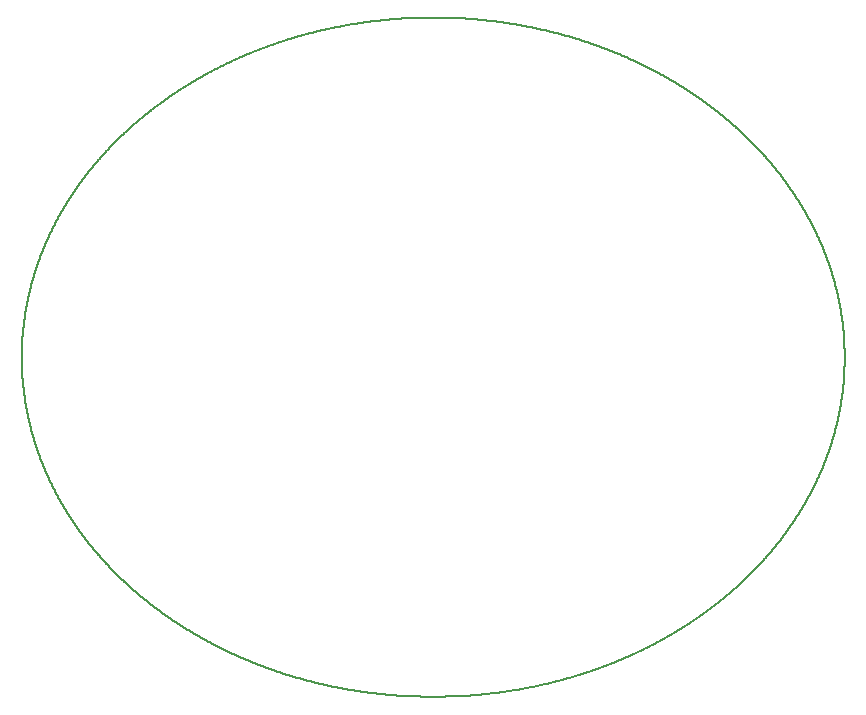
<source format=gm1>
G04 MADE WITH FRITZING*
G04 WWW.FRITZING.ORG*
G04 SINGLE SIDED*
G04 HOLES NOT PLATED*
G04 CONTOUR ON CENTER OF CONTOUR VECTOR*
%ASAXBY*%
%FSLAX23Y23*%
%MOIN*%
%OFA0B0*%
%SFA1.0B1.0*%
%ADD10C,0.008*%
%LNCONTOUR*%
G90*
G70*
G54D10*
X1332Y2266D02*
X1333Y2266D01*
X1334Y2266D01*
X1335Y2266D01*
X1336Y2266D01*
X1337Y2266D01*
X1338Y2266D01*
X1339Y2266D01*
X1340Y2266D01*
X1341Y2266D01*
X1342Y2266D01*
X1343Y2266D01*
X1344Y2266D01*
X1345Y2266D01*
X1346Y2266D01*
X1347Y2266D01*
X1348Y2266D01*
X1349Y2266D01*
X1350Y2266D01*
X1351Y2266D01*
X1352Y2266D01*
X1353Y2266D01*
X1354Y2266D01*
X1355Y2266D01*
X1356Y2266D01*
X1357Y2266D01*
X1358Y2266D01*
X1359Y2266D01*
X1360Y2266D01*
X1361Y2266D01*
X1362Y2266D01*
X1363Y2266D01*
X1364Y2266D01*
X1365Y2266D01*
X1366Y2266D01*
X1367Y2266D01*
X1368Y2266D01*
X1369Y2266D01*
X1370Y2266D01*
X1371Y2266D01*
X1372Y2266D01*
X1373Y2266D01*
X1374Y2266D01*
X1375Y2266D01*
X1376Y2266D01*
X1377Y2266D01*
X1378Y2266D01*
X1379Y2266D01*
X1380Y2266D01*
X1381Y2266D01*
X1382Y2266D01*
X1383Y2266D01*
X1384Y2266D01*
X1385Y2266D01*
X1386Y2266D01*
X1387Y2266D01*
X1388Y2266D01*
X1389Y2266D01*
X1390Y2266D01*
X1391Y2266D01*
X1392Y2266D01*
X1393Y2266D01*
X1394Y2266D01*
X1395Y2266D01*
X1396Y2266D01*
X1397Y2266D01*
X1398Y2266D01*
X1399Y2266D01*
X1400Y2266D01*
X1401Y2266D01*
X1402Y2266D01*
X1403Y2266D01*
X1404Y2266D01*
X1405Y2266D01*
X1406Y2266D01*
X1407Y2266D01*
X1408Y2266D01*
X1409Y2266D01*
X1410Y2266D01*
X1411Y2266D01*
X1412Y2265D01*
X1413Y2265D01*
X1414Y2265D01*
X1415Y2265D01*
X1416Y2265D01*
X1417Y2265D01*
X1418Y2265D01*
X1419Y2265D01*
X1420Y2265D01*
X1421Y2265D01*
X1422Y2265D01*
X1423Y2265D01*
X1424Y2265D01*
X1425Y2265D01*
X1426Y2265D01*
X1427Y2265D01*
X1428Y2265D01*
X1429Y2265D01*
X1430Y2265D01*
X1431Y2265D01*
X1432Y2265D01*
X1433Y2265D01*
X1434Y2265D01*
X1435Y2265D01*
X1436Y2265D01*
X1437Y2265D01*
X1438Y2265D01*
X1439Y2265D01*
X1440Y2265D01*
X1441Y2265D01*
X1442Y2265D01*
X1443Y2264D01*
X1444Y2264D01*
X1445Y2264D01*
X1446Y2264D01*
X1447Y2264D01*
X1448Y2264D01*
X1449Y2264D01*
X1450Y2264D01*
X1451Y2264D01*
X1452Y2264D01*
X1453Y2264D01*
X1454Y2264D01*
X1455Y2264D01*
X1456Y2264D01*
X1457Y2264D01*
X1458Y2264D01*
X1459Y2264D01*
X1460Y2264D01*
X1461Y2264D01*
X1462Y2263D01*
X1463Y2263D01*
X1464Y2263D01*
X1465Y2263D01*
X1466Y2263D01*
X1467Y2263D01*
X1468Y2263D01*
X1469Y2263D01*
X1470Y2263D01*
X1471Y2263D01*
X1472Y2263D01*
X1473Y2263D01*
X1474Y2263D01*
X1475Y2263D01*
X1476Y2263D01*
X1477Y2263D01*
X1478Y2263D01*
X1479Y2263D01*
X1480Y2262D01*
X1481Y2262D01*
X1482Y2262D01*
X1483Y2262D01*
X1484Y2262D01*
X1485Y2262D01*
X1486Y2262D01*
X1487Y2262D01*
X1488Y2262D01*
X1489Y2262D01*
X1490Y2262D01*
X1491Y2262D01*
X1492Y2262D01*
X1493Y2262D01*
X1494Y2261D01*
X1495Y2261D01*
X1496Y2261D01*
X1497Y2261D01*
X1498Y2261D01*
X1499Y2261D01*
X1500Y2261D01*
X1501Y2261D01*
X1502Y2261D01*
X1503Y2261D01*
X1504Y2261D01*
X1505Y2261D01*
X1506Y2261D01*
X1507Y2261D01*
X1508Y2260D01*
X1509Y2260D01*
X1510Y2260D01*
X1511Y2260D01*
X1512Y2260D01*
X1513Y2260D01*
X1514Y2260D01*
X1515Y2260D01*
X1516Y2260D01*
X1517Y2260D01*
X1518Y2260D01*
X1519Y2259D01*
X1520Y2259D01*
X1521Y2259D01*
X1522Y2259D01*
X1523Y2259D01*
X1524Y2259D01*
X1525Y2259D01*
X1526Y2259D01*
X1527Y2259D01*
X1528Y2259D01*
X1529Y2259D01*
X1530Y2258D01*
X1531Y2258D01*
X1532Y2258D01*
X1533Y2258D01*
X1534Y2258D01*
X1535Y2258D01*
X1536Y2258D01*
X1537Y2258D01*
X1538Y2258D01*
X1539Y2258D01*
X1540Y2257D01*
X1541Y2257D01*
X1542Y2257D01*
X1543Y2257D01*
X1544Y2257D01*
X1545Y2257D01*
X1546Y2257D01*
X1547Y2257D01*
X1548Y2257D01*
X1549Y2257D01*
X1550Y2256D01*
X1551Y2256D01*
X1552Y2256D01*
X1553Y2256D01*
X1554Y2256D01*
X1555Y2256D01*
X1556Y2256D01*
X1557Y2256D01*
X1558Y2256D01*
X1559Y2255D01*
X1560Y2255D01*
X1561Y2255D01*
X1562Y2255D01*
X1563Y2255D01*
X1564Y2255D01*
X1565Y2255D01*
X1566Y2255D01*
X1567Y2254D01*
X1568Y2254D01*
X1569Y2254D01*
X1570Y2254D01*
X1571Y2254D01*
X1572Y2254D01*
X1573Y2254D01*
X1574Y2254D01*
X1575Y2254D01*
X1576Y2253D01*
X1577Y2253D01*
X1578Y2253D01*
X1579Y2253D01*
X1580Y2253D01*
X1581Y2253D01*
X1582Y2253D01*
X1583Y2253D01*
X1584Y2252D01*
X1585Y2252D01*
X1586Y2252D01*
X1587Y2252D01*
X1588Y2252D01*
X1589Y2252D01*
X1590Y2252D01*
X1591Y2251D01*
X1592Y2251D01*
X1593Y2251D01*
X1594Y2251D01*
X1595Y2251D01*
X1596Y2251D01*
X1597Y2251D01*
X1598Y2251D01*
X1599Y2250D01*
X1600Y2250D01*
X1601Y2250D01*
X1602Y2250D01*
X1603Y2250D01*
X1604Y2250D01*
X1605Y2250D01*
X1606Y2249D01*
X1607Y2249D01*
X1608Y2249D01*
X1609Y2249D01*
X1610Y2249D01*
X1611Y2249D01*
X1612Y2249D01*
X1613Y2248D01*
X1614Y2248D01*
X1615Y2248D01*
X1616Y2248D01*
X1617Y2248D01*
X1618Y2248D01*
X1619Y2248D01*
X1620Y2247D01*
X1621Y2247D01*
X1622Y2247D01*
X1623Y2247D01*
X1624Y2247D01*
X1625Y2247D01*
X1626Y2246D01*
X1627Y2246D01*
X1628Y2246D01*
X1629Y2246D01*
X1630Y2246D01*
X1631Y2246D01*
X1632Y2245D01*
X1633Y2245D01*
X1634Y2245D01*
X1635Y2245D01*
X1636Y2245D01*
X1637Y2245D01*
X1638Y2245D01*
X1639Y2244D01*
X1640Y2244D01*
X1641Y2244D01*
X1642Y2244D01*
X1643Y2244D01*
X1644Y2244D01*
X1645Y2243D01*
X1646Y2243D01*
X1647Y2243D01*
X1648Y2243D01*
X1649Y2243D01*
X1650Y2243D01*
X1651Y2242D01*
X1652Y2242D01*
X1653Y2242D01*
X1654Y2242D01*
X1655Y2242D01*
X1656Y2242D01*
X1657Y2241D01*
X1658Y2241D01*
X1659Y2241D01*
X1660Y2241D01*
X1661Y2241D01*
X1662Y2240D01*
X1663Y2240D01*
X1664Y2240D01*
X1665Y2240D01*
X1666Y2240D01*
X1667Y2240D01*
X1668Y2239D01*
X1669Y2239D01*
X1670Y2239D01*
X1671Y2239D01*
X1672Y2239D01*
X1673Y2238D01*
X1674Y2238D01*
X1675Y2238D01*
X1676Y2238D01*
X1677Y2238D01*
X1678Y2238D01*
X1679Y2237D01*
X1680Y2237D01*
X1681Y2237D01*
X1682Y2237D01*
X1683Y2237D01*
X1684Y2236D01*
X1685Y2236D01*
X1686Y2236D01*
X1687Y2236D01*
X1688Y2236D01*
X1689Y2235D01*
X1690Y2235D01*
X1691Y2235D01*
X1692Y2235D01*
X1693Y2235D01*
X1694Y2234D01*
X1695Y2234D01*
X1696Y2234D01*
X1697Y2234D01*
X1698Y2234D01*
X1699Y2233D01*
X1700Y2233D01*
X1701Y2233D01*
X1702Y2233D01*
X1703Y2233D01*
X1704Y2232D01*
X1705Y2232D01*
X1706Y2232D01*
X1707Y2232D01*
X1708Y2232D01*
X1709Y2231D01*
X1710Y2231D01*
X1711Y2231D01*
X1712Y2231D01*
X1713Y2231D01*
X1714Y2230D01*
X1715Y2230D01*
X1716Y2230D01*
X1717Y2230D01*
X1718Y2229D01*
X1719Y2229D01*
X1720Y2229D01*
X1721Y2229D01*
X1722Y2229D01*
X1723Y2228D01*
X1724Y2228D01*
X1725Y2228D01*
X1726Y2228D01*
X1727Y2227D01*
X1728Y2227D01*
X1729Y2227D01*
X1730Y2227D01*
X1731Y2227D01*
X1732Y2226D01*
X1733Y2226D01*
X1734Y2226D01*
X1735Y2226D01*
X1736Y2225D01*
X1737Y2225D01*
X1738Y2225D01*
X1739Y2225D01*
X1740Y2225D01*
X1741Y2224D01*
X1742Y2224D01*
X1743Y2224D01*
X1744Y2224D01*
X1745Y2223D01*
X1746Y2223D01*
X1747Y2223D01*
X1748Y2223D01*
X1749Y2223D01*
X1750Y2222D01*
X1751Y2222D01*
X1752Y2222D01*
X1753Y2222D01*
X1754Y2221D01*
X1755Y2221D01*
X1756Y2221D01*
X1757Y2221D01*
X1758Y2220D01*
X1759Y2220D01*
X1760Y2220D01*
X1761Y2220D01*
X1762Y2219D01*
X1763Y2219D01*
X1764Y2219D01*
X1765Y2219D01*
X1766Y2218D01*
X1767Y2218D01*
X1768Y2218D01*
X1769Y2218D01*
X1770Y2217D01*
X1771Y2217D01*
X1772Y2217D01*
X1773Y2217D01*
X1774Y2216D01*
X1775Y2216D01*
X1776Y2216D01*
X1777Y2216D01*
X1778Y2215D01*
X1779Y2215D01*
X1780Y2215D01*
X1781Y2215D01*
X1782Y2214D01*
X1783Y2214D01*
X1784Y2214D01*
X1785Y2214D01*
X1786Y2213D01*
X1787Y2213D01*
X1788Y2213D01*
X1789Y2212D01*
X1790Y2212D01*
X1791Y2212D01*
X1792Y2212D01*
X1793Y2211D01*
X1794Y2211D01*
X1795Y2211D01*
X1796Y2211D01*
X1797Y2210D01*
X1798Y2210D01*
X1799Y2210D01*
X1800Y2210D01*
X1801Y2209D01*
X1802Y2209D01*
X1803Y2209D01*
X1804Y2208D01*
X1805Y2208D01*
X1806Y2208D01*
X1807Y2208D01*
X1808Y2207D01*
X1809Y2207D01*
X1810Y2207D01*
X1811Y2207D01*
X1812Y2206D01*
X1813Y2206D01*
X1814Y2206D01*
X1815Y2205D01*
X1816Y2205D01*
X1817Y2205D01*
X1818Y2205D01*
X1819Y2204D01*
X1820Y2204D01*
X1821Y2204D01*
X1822Y2203D01*
X1823Y2203D01*
X1824Y2203D01*
X1825Y2203D01*
X1826Y2202D01*
X1827Y2202D01*
X1828Y2202D01*
X1829Y2201D01*
X1830Y2201D01*
X1831Y2201D01*
X1832Y2201D01*
X1833Y2200D01*
X1834Y2200D01*
X1835Y2200D01*
X1836Y2199D01*
X1837Y2199D01*
X1838Y2199D01*
X1839Y2198D01*
X1840Y2198D01*
X1841Y2198D01*
X1842Y2198D01*
X1843Y2197D01*
X1844Y2197D01*
X1845Y2197D01*
X1846Y2196D01*
X1847Y2196D01*
X1848Y2196D01*
X1849Y2195D01*
X1850Y2195D01*
X1851Y2195D01*
X1852Y2194D01*
X1853Y2194D01*
X1854Y2194D01*
X1855Y2194D01*
X1856Y2193D01*
X1857Y2193D01*
X1858Y2193D01*
X1859Y2192D01*
X1860Y2192D01*
X1861Y2192D01*
X1862Y2191D01*
X1863Y2191D01*
X1864Y2191D01*
X1865Y2190D01*
X1866Y2190D01*
X1867Y2190D01*
X1868Y2189D01*
X1869Y2189D01*
X1870Y2189D01*
X1871Y2189D01*
X1872Y2188D01*
X1873Y2188D01*
X1874Y2188D01*
X1875Y2187D01*
X1876Y2187D01*
X1877Y2187D01*
X1878Y2186D01*
X1879Y2186D01*
X1880Y2186D01*
X1881Y2185D01*
X1882Y2185D01*
X1883Y2185D01*
X1884Y2184D01*
X1885Y2184D01*
X1886Y2184D01*
X1887Y2183D01*
X1888Y2183D01*
X1889Y2183D01*
X1890Y2182D01*
X1891Y2182D01*
X1892Y2182D01*
X1893Y2181D01*
X1894Y2181D01*
X1895Y2181D01*
X1896Y2180D01*
X1897Y2180D01*
X1898Y2179D01*
X1899Y2179D01*
X1900Y2179D01*
X1901Y2178D01*
X1902Y2178D01*
X1903Y2178D01*
X1904Y2177D01*
X1905Y2177D01*
X1906Y2177D01*
X1907Y2176D01*
X1908Y2176D01*
X1909Y2176D01*
X1910Y2175D01*
X1911Y2175D01*
X1912Y2175D01*
X1913Y2174D01*
X1914Y2174D01*
X1915Y2174D01*
X1916Y2173D01*
X1917Y2173D01*
X1918Y2172D01*
X1919Y2172D01*
X1920Y2172D01*
X1921Y2171D01*
X1922Y2171D01*
X1923Y2171D01*
X1924Y2170D01*
X1925Y2170D01*
X1926Y2170D01*
X1927Y2169D01*
X1928Y2169D01*
X1929Y2168D01*
X1930Y2168D01*
X1931Y2168D01*
X1932Y2167D01*
X1933Y2167D01*
X1934Y2167D01*
X1935Y2166D01*
X1936Y2166D01*
X1937Y2166D01*
X1938Y2165D01*
X1939Y2165D01*
X1940Y2164D01*
X1941Y2164D01*
X1942Y2164D01*
X1943Y2163D01*
X1944Y2163D01*
X1945Y2162D01*
X1946Y2162D01*
X1947Y2162D01*
X1948Y2161D01*
X1949Y2161D01*
X1950Y2161D01*
X1951Y2160D01*
X1952Y2160D01*
X1953Y2159D01*
X1954Y2159D01*
X1955Y2159D01*
X1956Y2158D01*
X1957Y2158D01*
X1958Y2157D01*
X1959Y2157D01*
X1960Y2157D01*
X1961Y2156D01*
X1962Y2156D01*
X1963Y2156D01*
X1964Y2155D01*
X1965Y2155D01*
X1966Y2154D01*
X1967Y2154D01*
X1968Y2154D01*
X1969Y2153D01*
X1970Y2153D01*
X1971Y2152D01*
X1972Y2152D01*
X1973Y2152D01*
X1974Y2151D01*
X1975Y2151D01*
X1976Y2150D01*
X1977Y2150D01*
X1978Y2149D01*
X1979Y2149D01*
X1980Y2149D01*
X1981Y2148D01*
X1982Y2148D01*
X1983Y2147D01*
X1984Y2147D01*
X1985Y2147D01*
X1986Y2146D01*
X1987Y2146D01*
X1988Y2145D01*
X1989Y2145D01*
X1990Y2145D01*
X1991Y2144D01*
X1992Y2144D01*
X1993Y2143D01*
X1994Y2143D01*
X1995Y2143D01*
X1996Y2142D01*
X1997Y2142D01*
X1998Y2141D01*
X1999Y2141D01*
X2000Y2140D01*
X2001Y2140D01*
X2002Y2139D01*
X2003Y2139D01*
X2004Y2139D01*
X2005Y2138D01*
X2006Y2138D01*
X2007Y2137D01*
X2008Y2137D01*
X2009Y2136D01*
X2010Y2136D01*
X2011Y2136D01*
X2012Y2135D01*
X2013Y2135D01*
X2014Y2134D01*
X2015Y2134D01*
X2016Y2133D01*
X2017Y2133D01*
X2018Y2133D01*
X2019Y2132D01*
X2020Y2132D01*
X2021Y2131D01*
X2022Y2131D01*
X2023Y2130D01*
X2024Y2130D01*
X2025Y2129D01*
X2026Y2129D01*
X2027Y2129D01*
X2028Y2128D01*
X2029Y2128D01*
X2030Y2127D01*
X2031Y2127D01*
X2032Y2126D01*
X2033Y2126D01*
X2034Y2125D01*
X2035Y2125D01*
X2036Y2124D01*
X2037Y2124D01*
X2038Y2123D01*
X2039Y2123D01*
X2040Y2123D01*
X2041Y2122D01*
X2042Y2122D01*
X2043Y2121D01*
X2044Y2121D01*
X2045Y2120D01*
X2046Y2120D01*
X2047Y2119D01*
X2048Y2119D01*
X2049Y2118D01*
X2050Y2118D01*
X2051Y2118D01*
X2052Y2117D01*
X2053Y2117D01*
X2054Y2116D01*
X2055Y2116D01*
X2056Y2115D01*
X2057Y2115D01*
X2058Y2114D01*
X2059Y2114D01*
X2060Y2113D01*
X2061Y2113D01*
X2062Y2112D01*
X2063Y2112D01*
X2064Y2111D01*
X2065Y2111D01*
X2066Y2110D01*
X2067Y2110D01*
X2068Y2109D01*
X2069Y2109D01*
X2070Y2108D01*
X2071Y2108D01*
X2072Y2107D01*
X2073Y2107D01*
X2074Y2106D01*
X2075Y2106D01*
X2076Y2105D01*
X2077Y2105D01*
X2078Y2104D01*
X2079Y2104D01*
X2080Y2103D01*
X2081Y2103D01*
X2082Y2102D01*
X2083Y2102D01*
X2084Y2101D01*
X2085Y2101D01*
X2086Y2100D01*
X2087Y2100D01*
X2088Y2099D01*
X2089Y2099D01*
X2090Y2098D01*
X2091Y2098D01*
X2092Y2097D01*
X2093Y2097D01*
X2094Y2096D01*
X2095Y2096D01*
X2096Y2095D01*
X2097Y2095D01*
X2098Y2094D01*
X2099Y2094D01*
X2100Y2093D01*
X2101Y2093D01*
X2102Y2092D01*
X2103Y2092D01*
X2104Y2091D01*
X2105Y2091D01*
X2106Y2090D01*
X2107Y2090D01*
X2108Y2089D01*
X2109Y2089D01*
X2110Y2088D01*
X2111Y2088D01*
X2112Y2087D01*
X2113Y2086D01*
X2114Y2086D01*
X2115Y2085D01*
X2116Y2085D01*
X2117Y2084D01*
X2118Y2084D01*
X2119Y2083D01*
X2120Y2083D01*
X2121Y2082D01*
X2122Y2082D01*
X2123Y2081D01*
X2124Y2080D01*
X2125Y2080D01*
X2126Y2079D01*
X2127Y2079D01*
X2128Y2078D01*
X2129Y2078D01*
X2130Y2077D01*
X2131Y2077D01*
X2132Y2076D01*
X2133Y2076D01*
X2134Y2075D01*
X2135Y2075D01*
X2136Y2074D01*
X2137Y2073D01*
X2138Y2073D01*
X2139Y2072D01*
X2140Y2072D01*
X2141Y2071D01*
X2142Y2071D01*
X2143Y2070D01*
X2144Y2069D01*
X2145Y2069D01*
X2146Y2068D01*
X2147Y2068D01*
X2148Y2067D01*
X2149Y2067D01*
X2150Y2066D01*
X2151Y2065D01*
X2152Y2065D01*
X2153Y2064D01*
X2154Y2064D01*
X2155Y2063D01*
X2156Y2063D01*
X2157Y2062D01*
X2158Y2061D01*
X2159Y2061D01*
X2160Y2060D01*
X2161Y2060D01*
X2162Y2059D01*
X2163Y2059D01*
X2164Y2058D01*
X2165Y2057D01*
X2166Y2057D01*
X2167Y2056D01*
X2168Y2056D01*
X2169Y2055D01*
X2170Y2054D01*
X2171Y2054D01*
X2172Y2053D01*
X2173Y2053D01*
X2174Y2052D01*
X2175Y2051D01*
X2176Y2051D01*
X2177Y2050D01*
X2178Y2050D01*
X2179Y2049D01*
X2180Y2048D01*
X2181Y2048D01*
X2182Y2047D01*
X2183Y2047D01*
X2184Y2046D01*
X2185Y2045D01*
X2186Y2045D01*
X2187Y2044D01*
X2188Y2044D01*
X2189Y2043D01*
X2190Y2042D01*
X2191Y2042D01*
X2192Y2041D01*
X2193Y2041D01*
X2194Y2040D01*
X2195Y2039D01*
X2196Y2039D01*
X2197Y2038D01*
X2198Y2037D01*
X2199Y2037D01*
X2200Y2036D01*
X2201Y2036D01*
X2202Y2035D01*
X2203Y2034D01*
X2204Y2034D01*
X2205Y2033D01*
X2206Y2032D01*
X2207Y2032D01*
X2208Y2031D01*
X2209Y2030D01*
X2210Y2030D01*
X2211Y2029D01*
X2212Y2029D01*
X2213Y2028D01*
X2214Y2027D01*
X2215Y2027D01*
X2216Y2026D01*
X2217Y2025D01*
X2218Y2025D01*
X2219Y2024D01*
X2220Y2023D01*
X2221Y2023D01*
X2222Y2022D01*
X2223Y2021D01*
X2224Y2021D01*
X2225Y2020D01*
X2226Y2019D01*
X2227Y2019D01*
X2228Y2018D01*
X2229Y2018D01*
X2230Y2017D01*
X2231Y2016D01*
X2232Y2016D01*
X2233Y2015D01*
X2234Y2014D01*
X2235Y2014D01*
X2236Y2013D01*
X2237Y2012D01*
X2238Y2012D01*
X2239Y2011D01*
X2240Y2010D01*
X2241Y2010D01*
X2242Y2009D01*
X2243Y2008D01*
X2244Y2008D01*
X2245Y2007D01*
X2246Y2006D01*
X2247Y2005D01*
X2248Y2005D01*
X2249Y2004D01*
X2250Y2003D01*
X2251Y2003D01*
X2252Y2002D01*
X2253Y2001D01*
X2254Y2001D01*
X2255Y2000D01*
X2256Y1999D01*
X2257Y1998D01*
X2258Y1998D01*
X2259Y1997D01*
X2260Y1996D01*
X2261Y1996D01*
X2262Y1995D01*
X2263Y1994D01*
X2264Y1994D01*
X2265Y1993D01*
X2266Y1992D01*
X2267Y1992D01*
X2268Y1991D01*
X2269Y1990D01*
X2270Y1989D01*
X2271Y1989D01*
X2272Y1988D01*
X2273Y1987D01*
X2274Y1986D01*
X2275Y1986D01*
X2276Y1985D01*
X2277Y1984D01*
X2278Y1984D01*
X2279Y1983D01*
X2280Y1982D01*
X2281Y1981D01*
X2282Y1981D01*
X2283Y1980D01*
X2284Y1979D01*
X2285Y1978D01*
X2286Y1978D01*
X2287Y1977D01*
X2288Y1976D01*
X2289Y1975D01*
X2290Y1975D01*
X2291Y1974D01*
X2292Y1973D01*
X2293Y1973D01*
X2294Y1972D01*
X2295Y1971D01*
X2296Y1970D01*
X2297Y1970D01*
X2298Y1969D01*
X2299Y1968D01*
X2300Y1967D01*
X2301Y1966D01*
X2302Y1966D01*
X2303Y1965D01*
X2304Y1964D01*
X2305Y1963D01*
X2306Y1963D01*
X2307Y1962D01*
X2308Y1961D01*
X2309Y1960D01*
X2310Y1960D01*
X2311Y1959D01*
X2312Y1958D01*
X2313Y1957D01*
X2314Y1956D01*
X2315Y1956D01*
X2316Y1955D01*
X2317Y1954D01*
X2318Y1953D01*
X2319Y1953D01*
X2320Y1952D01*
X2321Y1951D01*
X2322Y1950D01*
X2323Y1949D01*
X2324Y1949D01*
X2325Y1948D01*
X2326Y1947D01*
X2327Y1946D01*
X2328Y1945D01*
X2329Y1945D01*
X2330Y1944D01*
X2331Y1943D01*
X2332Y1942D01*
X2333Y1941D01*
X2334Y1940D01*
X2335Y1940D01*
X2336Y1939D01*
X2337Y1938D01*
X2338Y1937D01*
X2339Y1936D01*
X2340Y1936D01*
X2341Y1935D01*
X2342Y1934D01*
X2343Y1933D01*
X2344Y1932D01*
X2345Y1931D01*
X2346Y1931D01*
X2347Y1930D01*
X2348Y1929D01*
X2349Y1928D01*
X2350Y1927D01*
X2351Y1926D01*
X2352Y1926D01*
X2353Y1925D01*
X2354Y1924D01*
X2355Y1923D01*
X2356Y1922D01*
X2357Y1921D01*
X2358Y1921D01*
X2359Y1920D01*
X2360Y1919D01*
X2361Y1918D01*
X2362Y1917D01*
X2363Y1916D01*
X2364Y1915D01*
X2365Y1915D01*
X2366Y1914D01*
X2367Y1913D01*
X2368Y1912D01*
X2369Y1911D01*
X2370Y1910D01*
X2371Y1909D01*
X2372Y1908D01*
X2373Y1907D01*
X2374Y1907D01*
X2375Y1906D01*
X2376Y1905D01*
X2377Y1904D01*
X2378Y1903D01*
X2379Y1902D01*
X2380Y1901D01*
X2381Y1900D01*
X2382Y1899D01*
X2383Y1899D01*
X2384Y1898D01*
X2385Y1897D01*
X2386Y1896D01*
X2387Y1895D01*
X2388Y1894D01*
X2389Y1893D01*
X2390Y1892D01*
X2391Y1891D01*
X2392Y1890D01*
X2393Y1889D01*
X2394Y1889D01*
X2395Y1888D01*
X2396Y1887D01*
X2397Y1886D01*
X2398Y1885D01*
X2399Y1884D01*
X2400Y1883D01*
X2401Y1882D01*
X2402Y1881D01*
X2403Y1880D01*
X2404Y1879D01*
X2405Y1878D01*
X2406Y1877D01*
X2407Y1876D01*
X2408Y1876D01*
X2409Y1875D01*
X2410Y1874D01*
X2411Y1873D01*
X2412Y1872D01*
X2413Y1871D01*
X2414Y1870D01*
X2415Y1869D01*
X2416Y1868D01*
X2417Y1867D01*
X2418Y1866D01*
X2419Y1865D01*
X2420Y1864D01*
X2421Y1863D01*
X2422Y1862D01*
X2423Y1861D01*
X2424Y1860D01*
X2425Y1859D01*
X2426Y1858D01*
X2427Y1857D01*
X2428Y1856D01*
X2429Y1855D01*
X2430Y1854D01*
X2431Y1853D01*
X2432Y1852D01*
X2433Y1851D01*
X2434Y1850D01*
X2435Y1849D01*
X2436Y1848D01*
X2437Y1847D01*
X2438Y1846D01*
X2439Y1845D01*
X2440Y1844D01*
X2441Y1843D01*
X2442Y1842D01*
X2443Y1841D01*
X2444Y1840D01*
X2445Y1839D01*
X2446Y1838D01*
X2447Y1837D01*
X2448Y1836D01*
X2449Y1835D01*
X2450Y1834D01*
X2451Y1833D01*
X2451Y1832D01*
X2452Y1831D01*
X2453Y1830D01*
X2454Y1829D01*
X2455Y1828D01*
X2456Y1827D01*
X2457Y1826D01*
X2458Y1825D01*
X2459Y1824D01*
X2460Y1823D01*
X2461Y1822D01*
X2462Y1821D01*
X2463Y1820D01*
X2464Y1819D01*
X2464Y1818D01*
X2465Y1817D01*
X2466Y1816D01*
X2467Y1815D01*
X2468Y1814D01*
X2469Y1813D01*
X2470Y1812D01*
X2471Y1811D01*
X2472Y1810D01*
X2473Y1809D01*
X2474Y1808D01*
X2474Y1807D01*
X2475Y1806D01*
X2476Y1805D01*
X2477Y1804D01*
X2478Y1803D01*
X2479Y1802D01*
X2480Y1801D01*
X2481Y1800D01*
X2482Y1799D01*
X2482Y1798D01*
X2483Y1797D01*
X2484Y1796D01*
X2485Y1795D01*
X2486Y1794D01*
X2487Y1793D01*
X2488Y1792D01*
X2489Y1791D01*
X2489Y1790D01*
X2490Y1789D01*
X2491Y1788D01*
X2492Y1787D01*
X2493Y1786D01*
X2494Y1785D01*
X2495Y1784D01*
X2495Y1783D01*
X2496Y1782D01*
X2497Y1781D01*
X2498Y1780D01*
X2499Y1779D01*
X2500Y1778D01*
X2500Y1777D01*
X2501Y1776D01*
X2502Y1775D01*
X2503Y1774D01*
X2504Y1773D01*
X2505Y1772D01*
X2505Y1771D01*
X2506Y1770D01*
X2507Y1769D01*
X2508Y1768D01*
X2509Y1767D01*
X2510Y1766D01*
X2510Y1765D01*
X2511Y1764D01*
X2512Y1763D01*
X2513Y1762D01*
X2514Y1761D01*
X2514Y1760D01*
X2515Y1759D01*
X2516Y1758D01*
X2517Y1757D01*
X2518Y1756D01*
X2518Y1755D01*
X2519Y1754D01*
X2520Y1753D01*
X2521Y1752D01*
X2522Y1751D01*
X2522Y1750D01*
X2523Y1749D01*
X2524Y1748D01*
X2525Y1747D01*
X2526Y1746D01*
X2526Y1745D01*
X2527Y1744D01*
X2528Y1743D01*
X2529Y1742D01*
X2529Y1741D01*
X2530Y1740D01*
X2531Y1739D01*
X2532Y1738D01*
X2532Y1737D01*
X2533Y1736D01*
X2534Y1735D01*
X2535Y1734D01*
X2535Y1733D01*
X2536Y1732D01*
X2537Y1731D01*
X2538Y1730D01*
X2538Y1729D01*
X2539Y1728D01*
X2540Y1727D01*
X2541Y1726D01*
X2541Y1725D01*
X2542Y1724D01*
X2543Y1723D01*
X2544Y1722D01*
X2544Y1721D01*
X2545Y1720D01*
X2546Y1719D01*
X2547Y1718D01*
X2547Y1717D01*
X2548Y1716D01*
X2549Y1715D01*
X2549Y1714D01*
X2550Y1713D01*
X2551Y1712D01*
X2552Y1711D01*
X2552Y1710D01*
X2553Y1709D01*
X2554Y1708D01*
X2554Y1707D01*
X2555Y1706D01*
X2556Y1705D01*
X2557Y1704D01*
X2557Y1703D01*
X2558Y1702D01*
X2559Y1701D01*
X2560Y1700D01*
X2560Y1699D01*
X2561Y1698D01*
X2562Y1697D01*
X2562Y1696D01*
X2563Y1695D01*
X2564Y1694D01*
X2564Y1693D01*
X2565Y1692D01*
X2566Y1691D01*
X2566Y1690D01*
X2567Y1689D01*
X2568Y1688D01*
X2568Y1687D01*
X2569Y1686D01*
X2570Y1685D01*
X2570Y1684D01*
X2571Y1683D01*
X2572Y1682D01*
X2572Y1681D01*
X2573Y1680D01*
X2574Y1679D01*
X2574Y1678D01*
X2575Y1677D01*
X2576Y1676D01*
X2577Y1675D01*
X2577Y1674D01*
X2578Y1673D01*
X2578Y1672D01*
X2579Y1671D01*
X2580Y1670D01*
X2580Y1669D01*
X2581Y1668D01*
X2582Y1667D01*
X2582Y1666D01*
X2583Y1665D01*
X2584Y1664D01*
X2584Y1663D01*
X2585Y1662D01*
X2586Y1661D01*
X2586Y1660D01*
X2587Y1659D01*
X2587Y1658D01*
X2588Y1657D01*
X2589Y1656D01*
X2589Y1655D01*
X2590Y1654D01*
X2591Y1653D01*
X2591Y1652D01*
X2592Y1651D01*
X2593Y1650D01*
X2593Y1649D01*
X2594Y1648D01*
X2594Y1647D01*
X2595Y1646D01*
X2596Y1645D01*
X2596Y1644D01*
X2597Y1643D01*
X2597Y1642D01*
X2598Y1641D01*
X2599Y1640D01*
X2599Y1639D01*
X2600Y1638D01*
X2600Y1637D01*
X2601Y1636D01*
X2602Y1635D01*
X2602Y1634D01*
X2603Y1633D01*
X2603Y1632D01*
X2604Y1631D01*
X2605Y1630D01*
X2605Y1629D01*
X2606Y1628D01*
X2606Y1627D01*
X2607Y1626D01*
X2608Y1625D01*
X2608Y1624D01*
X2609Y1623D01*
X2609Y1622D01*
X2610Y1621D01*
X2610Y1620D01*
X2611Y1619D01*
X2612Y1618D01*
X2612Y1617D01*
X2613Y1616D01*
X2613Y1615D01*
X2614Y1614D01*
X2614Y1613D01*
X2615Y1612D01*
X2616Y1611D01*
X2616Y1610D01*
X2617Y1609D01*
X2617Y1608D01*
X2618Y1607D01*
X2618Y1606D01*
X2619Y1605D01*
X2619Y1604D01*
X2620Y1603D01*
X2621Y1602D01*
X2621Y1601D01*
X2622Y1600D01*
X2622Y1599D01*
X2623Y1598D01*
X2623Y1597D01*
X2624Y1596D01*
X2624Y1595D01*
X2625Y1594D01*
X2625Y1593D01*
X2626Y1592D01*
X2627Y1591D01*
X2627Y1590D01*
X2628Y1589D01*
X2628Y1588D01*
X2629Y1587D01*
X2629Y1586D01*
X2630Y1585D01*
X2630Y1584D01*
X2631Y1583D01*
X2631Y1582D01*
X2632Y1581D01*
X2632Y1580D01*
X2633Y1579D01*
X2633Y1578D01*
X2634Y1577D01*
X2634Y1576D01*
X2635Y1575D01*
X2635Y1574D01*
X2636Y1573D01*
X2636Y1572D01*
X2637Y1571D01*
X2637Y1570D01*
X2638Y1569D01*
X2638Y1568D01*
X2639Y1567D01*
X2639Y1566D01*
X2640Y1565D01*
X2640Y1564D01*
X2641Y1563D01*
X2641Y1562D01*
X2642Y1561D01*
X2642Y1560D01*
X2643Y1559D01*
X2643Y1558D01*
X2644Y1557D01*
X2644Y1556D01*
X2645Y1555D01*
X2645Y1554D01*
X2646Y1553D01*
X2646Y1552D01*
X2647Y1551D01*
X2647Y1550D01*
X2648Y1549D01*
X2648Y1548D01*
X2649Y1547D01*
X2649Y1546D01*
X2650Y1545D01*
X2650Y1544D01*
X2651Y1543D01*
X2651Y1542D01*
X2652Y1541D01*
X2652Y1539D01*
X2653Y1538D01*
X2653Y1537D01*
X2654Y1536D01*
X2654Y1535D01*
X2655Y1534D01*
X2655Y1533D01*
X2656Y1532D01*
X2656Y1531D01*
X2657Y1530D01*
X2657Y1529D01*
X2658Y1528D01*
X2658Y1526D01*
X2659Y1525D01*
X2659Y1524D01*
X2660Y1523D01*
X2660Y1522D01*
X2661Y1521D01*
X2661Y1520D01*
X2662Y1519D01*
X2662Y1517D01*
X2663Y1516D01*
X2663Y1515D01*
X2664Y1514D01*
X2664Y1513D01*
X2665Y1512D01*
X2665Y1510D01*
X2666Y1509D01*
X2666Y1508D01*
X2667Y1507D01*
X2667Y1506D01*
X2668Y1505D01*
X2668Y1503D01*
X2669Y1502D01*
X2669Y1501D01*
X2670Y1500D01*
X2670Y1499D01*
X2671Y1498D01*
X2671Y1496D01*
X2672Y1495D01*
X2672Y1493D01*
X2673Y1492D01*
X2673Y1491D01*
X2674Y1490D01*
X2674Y1488D01*
X2675Y1487D01*
X2675Y1486D01*
X2676Y1485D01*
X2676Y1483D01*
X2677Y1482D01*
X2677Y1481D01*
X2678Y1480D01*
X2678Y1478D01*
X2679Y1477D01*
X2679Y1476D01*
X2680Y1475D01*
X2680Y1473D01*
X2681Y1472D01*
X2681Y1471D01*
X2682Y1470D01*
X2682Y1468D01*
X2683Y1467D01*
X2683Y1465D01*
X2684Y1464D01*
X2684Y1462D01*
X2685Y1461D01*
X2685Y1459D01*
X2686Y1458D01*
X2686Y1457D01*
X2687Y1456D01*
X2687Y1454D01*
X2688Y1453D01*
X2688Y1451D01*
X2689Y1450D01*
X2689Y1448D01*
X2690Y1447D01*
X2690Y1446D01*
X2691Y1445D01*
X2691Y1443D01*
X2692Y1442D01*
X2692Y1440D01*
X2693Y1439D01*
X2693Y1437D01*
X2694Y1436D01*
X2694Y1433D01*
X2695Y1432D01*
X2695Y1430D01*
X2696Y1429D01*
X2696Y1427D01*
X2697Y1426D01*
X2697Y1424D01*
X2698Y1423D01*
X2698Y1421D01*
X2699Y1420D01*
X2699Y1418D01*
X2700Y1417D01*
X2700Y1415D01*
X2701Y1414D01*
X2701Y1412D01*
X2702Y1411D01*
X2702Y1408D01*
X2703Y1407D01*
X2703Y1405D01*
X2704Y1404D01*
X2704Y1401D01*
X2705Y1400D01*
X2705Y1398D01*
X2706Y1397D01*
X2706Y1395D01*
X2707Y1394D01*
X2707Y1391D01*
X2708Y1390D01*
X2708Y1388D01*
X2709Y1387D01*
X2709Y1384D01*
X2710Y1383D01*
X2710Y1380D01*
X2711Y1379D01*
X2711Y1376D01*
X2712Y1375D01*
X2712Y1372D01*
X2713Y1371D01*
X2713Y1369D01*
X2714Y1368D01*
X2714Y1365D01*
X2715Y1364D01*
X2715Y1361D01*
X2716Y1360D01*
X2716Y1357D01*
X2717Y1356D01*
X2717Y1352D01*
X2718Y1351D01*
X2718Y1348D01*
X2719Y1347D01*
X2719Y1344D01*
X2720Y1343D01*
X2720Y1339D01*
X2721Y1338D01*
X2721Y1335D01*
X2722Y1334D01*
X2722Y1330D01*
X2723Y1329D01*
X2723Y1325D01*
X2724Y1324D01*
X2724Y1320D01*
X2725Y1319D01*
X2725Y1315D01*
X2726Y1314D01*
X2726Y1310D01*
X2727Y1309D01*
X2727Y1305D01*
X2728Y1304D01*
X2728Y1299D01*
X2729Y1298D01*
X2729Y1294D01*
X2730Y1293D01*
X2730Y1288D01*
X2731Y1287D01*
X2731Y1282D01*
X2732Y1281D01*
X2732Y1275D01*
X2733Y1274D01*
X2733Y1268D01*
X2734Y1267D01*
X2734Y1261D01*
X2735Y1260D01*
X2735Y1253D01*
X2736Y1252D01*
X2736Y1245D01*
X2737Y1244D01*
X2737Y1236D01*
X2738Y1235D01*
X2738Y1226D01*
X2739Y1225D01*
X2739Y1216D01*
X2740Y1215D01*
X2740Y1203D01*
X2741Y1202D01*
X2741Y1187D01*
X2742Y1186D01*
X2742Y1165D01*
X2743Y1164D01*
X2743Y1104D01*
X2742Y1103D01*
X2742Y1082D01*
X2741Y1081D01*
X2741Y1066D01*
X2740Y1065D01*
X2740Y1053D01*
X2739Y1052D01*
X2739Y1043D01*
X2738Y1042D01*
X2738Y1033D01*
X2737Y1032D01*
X2737Y1024D01*
X2736Y1023D01*
X2736Y1016D01*
X2735Y1015D01*
X2735Y1008D01*
X2734Y1007D01*
X2734Y1001D01*
X2733Y1000D01*
X2733Y994D01*
X2732Y993D01*
X2732Y987D01*
X2731Y986D01*
X2731Y981D01*
X2730Y980D01*
X2730Y975D01*
X2729Y974D01*
X2729Y970D01*
X2728Y969D01*
X2728Y964D01*
X2727Y963D01*
X2727Y959D01*
X2726Y958D01*
X2726Y954D01*
X2725Y953D01*
X2725Y949D01*
X2724Y948D01*
X2724Y944D01*
X2723Y943D01*
X2723Y939D01*
X2722Y938D01*
X2722Y934D01*
X2721Y933D01*
X2721Y930D01*
X2720Y929D01*
X2720Y925D01*
X2719Y924D01*
X2719Y921D01*
X2718Y920D01*
X2718Y917D01*
X2717Y916D01*
X2717Y912D01*
X2716Y911D01*
X2716Y908D01*
X2715Y907D01*
X2715Y904D01*
X2714Y903D01*
X2714Y900D01*
X2713Y899D01*
X2713Y897D01*
X2712Y896D01*
X2712Y893D01*
X2711Y892D01*
X2711Y889D01*
X2710Y888D01*
X2710Y885D01*
X2709Y884D01*
X2709Y881D01*
X2708Y880D01*
X2708Y878D01*
X2707Y877D01*
X2707Y874D01*
X2706Y873D01*
X2706Y871D01*
X2705Y870D01*
X2705Y868D01*
X2704Y867D01*
X2704Y864D01*
X2703Y863D01*
X2703Y861D01*
X2702Y860D01*
X2702Y857D01*
X2701Y856D01*
X2701Y854D01*
X2700Y853D01*
X2700Y851D01*
X2699Y850D01*
X2699Y848D01*
X2698Y847D01*
X2698Y845D01*
X2697Y844D01*
X2697Y842D01*
X2696Y841D01*
X2696Y839D01*
X2695Y838D01*
X2695Y836D01*
X2694Y835D01*
X2694Y832D01*
X2693Y831D01*
X2693Y829D01*
X2692Y828D01*
X2692Y826D01*
X2691Y825D01*
X2691Y823D01*
X2690Y822D01*
X2690Y821D01*
X2689Y820D01*
X2689Y818D01*
X2688Y817D01*
X2688Y815D01*
X2687Y814D01*
X2687Y812D01*
X2686Y811D01*
X2686Y810D01*
X2685Y809D01*
X2685Y807D01*
X2684Y806D01*
X2684Y804D01*
X2683Y803D01*
X2683Y801D01*
X2682Y800D01*
X2682Y798D01*
X2681Y797D01*
X2681Y796D01*
X2680Y795D01*
X2680Y793D01*
X2679Y792D01*
X2679Y791D01*
X2678Y790D01*
X2678Y788D01*
X2677Y787D01*
X2677Y786D01*
X2676Y785D01*
X2676Y783D01*
X2675Y782D01*
X2675Y781D01*
X2674Y780D01*
X2674Y778D01*
X2673Y777D01*
X2673Y776D01*
X2672Y775D01*
X2672Y773D01*
X2671Y772D01*
X2671Y770D01*
X2670Y769D01*
X2670Y768D01*
X2669Y767D01*
X2669Y766D01*
X2668Y765D01*
X2668Y763D01*
X2667Y762D01*
X2667Y761D01*
X2666Y760D01*
X2666Y759D01*
X2665Y758D01*
X2665Y756D01*
X2664Y755D01*
X2664Y754D01*
X2663Y753D01*
X2663Y752D01*
X2662Y751D01*
X2662Y749D01*
X2661Y748D01*
X2661Y747D01*
X2660Y746D01*
X2660Y745D01*
X2659Y744D01*
X2659Y743D01*
X2658Y742D01*
X2658Y740D01*
X2657Y739D01*
X2657Y738D01*
X2656Y737D01*
X2656Y736D01*
X2655Y735D01*
X2655Y734D01*
X2654Y733D01*
X2654Y732D01*
X2653Y731D01*
X2653Y730D01*
X2652Y729D01*
X2652Y727D01*
X2651Y726D01*
X2651Y725D01*
X2650Y724D01*
X2650Y723D01*
X2649Y722D01*
X2649Y721D01*
X2648Y720D01*
X2648Y719D01*
X2647Y718D01*
X2647Y717D01*
X2646Y716D01*
X2646Y715D01*
X2645Y714D01*
X2645Y713D01*
X2644Y712D01*
X2644Y711D01*
X2643Y710D01*
X2643Y709D01*
X2642Y708D01*
X2642Y707D01*
X2641Y706D01*
X2641Y705D01*
X2640Y704D01*
X2640Y703D01*
X2639Y702D01*
X2639Y701D01*
X2638Y700D01*
X2638Y699D01*
X2637Y698D01*
X2637Y697D01*
X2636Y696D01*
X2636Y694D01*
X2635Y693D01*
X2634Y692D01*
X2634Y691D01*
X2633Y690D01*
X2633Y689D01*
X2632Y688D01*
X2632Y687D01*
X2631Y686D01*
X2631Y685D01*
X2630Y684D01*
X2630Y683D01*
X2629Y682D01*
X2629Y681D01*
X2628Y680D01*
X2628Y679D01*
X2627Y678D01*
X2627Y677D01*
X2626Y676D01*
X2625Y675D01*
X2625Y674D01*
X2624Y673D01*
X2624Y672D01*
X2623Y671D01*
X2623Y670D01*
X2622Y669D01*
X2622Y668D01*
X2621Y667D01*
X2621Y666D01*
X2620Y665D01*
X2619Y664D01*
X2619Y663D01*
X2618Y662D01*
X2618Y661D01*
X2617Y660D01*
X2617Y659D01*
X2616Y658D01*
X2616Y657D01*
X2615Y656D01*
X2614Y655D01*
X2614Y654D01*
X2613Y653D01*
X2613Y652D01*
X2612Y651D01*
X2612Y650D01*
X2611Y649D01*
X2610Y648D01*
X2610Y647D01*
X2609Y646D01*
X2609Y645D01*
X2608Y644D01*
X2608Y643D01*
X2607Y642D01*
X2606Y641D01*
X2606Y640D01*
X2605Y639D01*
X2605Y638D01*
X2604Y637D01*
X2603Y636D01*
X2603Y635D01*
X2602Y634D01*
X2602Y633D01*
X2601Y632D01*
X2600Y631D01*
X2600Y630D01*
X2599Y629D01*
X2599Y628D01*
X2598Y627D01*
X2597Y626D01*
X2597Y625D01*
X2596Y624D01*
X2596Y623D01*
X2595Y622D01*
X2594Y621D01*
X2594Y620D01*
X2593Y619D01*
X2593Y618D01*
X2592Y617D01*
X2591Y616D01*
X2591Y615D01*
X2590Y614D01*
X2589Y613D01*
X2589Y612D01*
X2588Y611D01*
X2587Y610D01*
X2587Y609D01*
X2586Y608D01*
X2586Y607D01*
X2585Y606D01*
X2584Y605D01*
X2584Y604D01*
X2583Y603D01*
X2582Y602D01*
X2582Y601D01*
X2581Y600D01*
X2580Y599D01*
X2580Y598D01*
X2579Y597D01*
X2578Y596D01*
X2578Y595D01*
X2577Y594D01*
X2577Y593D01*
X2576Y592D01*
X2575Y591D01*
X2575Y590D01*
X2574Y589D01*
X2573Y588D01*
X2572Y587D01*
X2572Y586D01*
X2571Y585D01*
X2570Y584D01*
X2570Y583D01*
X2569Y582D01*
X2568Y581D01*
X2568Y580D01*
X2567Y579D01*
X2566Y578D01*
X2566Y577D01*
X2565Y576D01*
X2564Y575D01*
X2564Y574D01*
X2563Y573D01*
X2562Y572D01*
X2562Y571D01*
X2561Y570D01*
X2560Y569D01*
X2560Y568D01*
X2559Y567D01*
X2558Y566D01*
X2557Y565D01*
X2557Y564D01*
X2556Y563D01*
X2555Y562D01*
X2555Y561D01*
X2554Y560D01*
X2553Y559D01*
X2552Y558D01*
X2552Y557D01*
X2551Y556D01*
X2550Y555D01*
X2549Y554D01*
X2549Y553D01*
X2548Y552D01*
X2547Y551D01*
X2547Y550D01*
X2546Y549D01*
X2545Y548D01*
X2544Y547D01*
X2544Y546D01*
X2543Y545D01*
X2542Y544D01*
X2541Y543D01*
X2541Y542D01*
X2540Y541D01*
X2539Y540D01*
X2538Y539D01*
X2538Y538D01*
X2537Y537D01*
X2536Y536D01*
X2535Y535D01*
X2535Y534D01*
X2534Y533D01*
X2533Y532D01*
X2532Y531D01*
X2532Y530D01*
X2531Y529D01*
X2530Y528D01*
X2529Y527D01*
X2529Y526D01*
X2528Y525D01*
X2527Y524D01*
X2526Y523D01*
X2526Y522D01*
X2525Y521D01*
X2524Y520D01*
X2523Y519D01*
X2522Y518D01*
X2522Y517D01*
X2521Y516D01*
X2520Y515D01*
X2519Y514D01*
X2518Y513D01*
X2518Y512D01*
X2517Y511D01*
X2516Y510D01*
X2515Y509D01*
X2514Y508D01*
X2514Y507D01*
X2513Y506D01*
X2512Y505D01*
X2511Y504D01*
X2510Y503D01*
X2510Y502D01*
X2509Y501D01*
X2508Y500D01*
X2507Y499D01*
X2506Y498D01*
X2505Y497D01*
X2505Y496D01*
X2504Y495D01*
X2503Y494D01*
X2502Y493D01*
X2501Y492D01*
X2500Y491D01*
X2500Y490D01*
X2499Y489D01*
X2498Y488D01*
X2497Y487D01*
X2496Y486D01*
X2495Y485D01*
X2495Y484D01*
X2494Y483D01*
X2493Y482D01*
X2492Y481D01*
X2491Y480D01*
X2490Y479D01*
X2489Y478D01*
X2489Y477D01*
X2488Y476D01*
X2487Y475D01*
X2486Y474D01*
X2485Y473D01*
X2484Y472D01*
X2483Y471D01*
X2482Y470D01*
X2482Y469D01*
X2481Y468D01*
X2480Y467D01*
X2479Y466D01*
X2478Y465D01*
X2477Y464D01*
X2476Y463D01*
X2475Y462D01*
X2474Y461D01*
X2474Y460D01*
X2473Y459D01*
X2472Y458D01*
X2471Y457D01*
X2470Y456D01*
X2469Y455D01*
X2468Y454D01*
X2467Y453D01*
X2466Y452D01*
X2465Y451D01*
X2464Y450D01*
X2464Y449D01*
X2463Y448D01*
X2462Y447D01*
X2461Y446D01*
X2460Y445D01*
X2459Y444D01*
X2458Y443D01*
X2457Y442D01*
X2456Y441D01*
X2455Y440D01*
X2454Y439D01*
X2453Y438D01*
X2452Y437D01*
X2451Y436D01*
X2451Y435D01*
X2450Y434D01*
X2449Y433D01*
X2448Y432D01*
X2447Y431D01*
X2446Y430D01*
X2445Y429D01*
X2444Y428D01*
X2443Y427D01*
X2442Y426D01*
X2441Y425D01*
X2440Y424D01*
X2439Y423D01*
X2438Y422D01*
X2437Y421D01*
X2436Y420D01*
X2435Y419D01*
X2434Y418D01*
X2433Y417D01*
X2432Y416D01*
X2431Y415D01*
X2430Y414D01*
X2429Y413D01*
X2428Y412D01*
X2427Y411D01*
X2426Y410D01*
X2425Y409D01*
X2424Y408D01*
X2423Y407D01*
X2422Y406D01*
X2421Y405D01*
X2420Y404D01*
X2419Y403D01*
X2418Y402D01*
X2417Y401D01*
X2416Y400D01*
X2415Y399D01*
X2414Y398D01*
X2413Y397D01*
X2412Y396D01*
X2411Y395D01*
X2410Y394D01*
X2409Y393D01*
X2408Y392D01*
X2407Y392D01*
X2406Y391D01*
X2405Y390D01*
X2404Y389D01*
X2403Y388D01*
X2402Y387D01*
X2401Y386D01*
X2400Y385D01*
X2399Y384D01*
X2398Y383D01*
X2397Y382D01*
X2396Y381D01*
X2395Y380D01*
X2394Y379D01*
X2393Y379D01*
X2392Y378D01*
X2391Y377D01*
X2390Y376D01*
X2389Y375D01*
X2388Y374D01*
X2387Y373D01*
X2386Y372D01*
X2385Y371D01*
X2384Y370D01*
X2383Y369D01*
X2382Y368D01*
X2381Y368D01*
X2380Y367D01*
X2379Y366D01*
X2378Y365D01*
X2377Y364D01*
X2376Y363D01*
X2375Y362D01*
X2374Y361D01*
X2373Y361D01*
X2372Y360D01*
X2371Y359D01*
X2370Y358D01*
X2369Y357D01*
X2368Y356D01*
X2367Y355D01*
X2366Y354D01*
X2365Y353D01*
X2364Y353D01*
X2363Y352D01*
X2362Y351D01*
X2361Y350D01*
X2360Y349D01*
X2359Y348D01*
X2358Y347D01*
X2357Y347D01*
X2356Y346D01*
X2355Y345D01*
X2354Y344D01*
X2353Y343D01*
X2352Y342D01*
X2351Y342D01*
X2350Y341D01*
X2349Y340D01*
X2348Y339D01*
X2347Y338D01*
X2346Y337D01*
X2345Y337D01*
X2344Y336D01*
X2343Y335D01*
X2342Y334D01*
X2341Y333D01*
X2340Y332D01*
X2339Y332D01*
X2338Y331D01*
X2337Y330D01*
X2336Y329D01*
X2335Y328D01*
X2334Y328D01*
X2333Y327D01*
X2332Y326D01*
X2331Y325D01*
X2330Y324D01*
X2329Y323D01*
X2328Y323D01*
X2327Y322D01*
X2326Y321D01*
X2325Y320D01*
X2324Y319D01*
X2323Y319D01*
X2322Y318D01*
X2321Y317D01*
X2320Y316D01*
X2319Y315D01*
X2318Y315D01*
X2317Y314D01*
X2316Y313D01*
X2315Y312D01*
X2314Y312D01*
X2313Y311D01*
X2312Y310D01*
X2311Y309D01*
X2310Y308D01*
X2309Y308D01*
X2308Y307D01*
X2307Y306D01*
X2306Y305D01*
X2305Y305D01*
X2304Y304D01*
X2303Y303D01*
X2302Y302D01*
X2301Y302D01*
X2300Y301D01*
X2299Y300D01*
X2298Y299D01*
X2297Y298D01*
X2296Y298D01*
X2295Y297D01*
X2294Y296D01*
X2293Y295D01*
X2292Y295D01*
X2291Y294D01*
X2290Y293D01*
X2289Y293D01*
X2288Y292D01*
X2287Y291D01*
X2286Y290D01*
X2285Y290D01*
X2284Y289D01*
X2283Y288D01*
X2282Y287D01*
X2281Y287D01*
X2280Y286D01*
X2279Y285D01*
X2278Y284D01*
X2277Y284D01*
X2276Y283D01*
X2275Y282D01*
X2274Y282D01*
X2273Y281D01*
X2272Y280D01*
X2271Y279D01*
X2270Y279D01*
X2269Y278D01*
X2268Y277D01*
X2267Y276D01*
X2266Y276D01*
X2265Y275D01*
X2264Y274D01*
X2263Y274D01*
X2262Y273D01*
X2261Y272D01*
X2260Y272D01*
X2259Y271D01*
X2258Y270D01*
X2257Y270D01*
X2256Y269D01*
X2255Y268D01*
X2254Y267D01*
X2253Y267D01*
X2252Y266D01*
X2251Y265D01*
X2250Y265D01*
X2249Y264D01*
X2248Y263D01*
X2247Y263D01*
X2246Y262D01*
X2245Y261D01*
X2244Y260D01*
X2243Y260D01*
X2242Y259D01*
X2241Y258D01*
X2240Y258D01*
X2239Y257D01*
X2238Y256D01*
X2237Y256D01*
X2236Y255D01*
X2235Y254D01*
X2234Y254D01*
X2233Y253D01*
X2232Y252D01*
X2231Y252D01*
X2230Y251D01*
X2229Y250D01*
X2228Y250D01*
X2227Y249D01*
X2226Y248D01*
X2225Y248D01*
X2224Y247D01*
X2223Y246D01*
X2222Y246D01*
X2221Y245D01*
X2220Y245D01*
X2219Y244D01*
X2218Y243D01*
X2217Y243D01*
X2216Y242D01*
X2215Y241D01*
X2214Y241D01*
X2213Y240D01*
X2212Y239D01*
X2211Y239D01*
X2210Y238D01*
X2209Y237D01*
X2208Y237D01*
X2207Y236D01*
X2206Y236D01*
X2205Y235D01*
X2204Y234D01*
X2203Y234D01*
X2202Y233D01*
X2201Y232D01*
X2200Y232D01*
X2199Y231D01*
X2198Y231D01*
X2197Y230D01*
X2196Y229D01*
X2195Y229D01*
X2194Y228D01*
X2193Y227D01*
X2192Y227D01*
X2191Y226D01*
X2190Y226D01*
X2189Y225D01*
X2188Y224D01*
X2187Y224D01*
X2186Y223D01*
X2185Y223D01*
X2184Y222D01*
X2183Y221D01*
X2182Y221D01*
X2181Y220D01*
X2180Y220D01*
X2179Y219D01*
X2178Y218D01*
X2177Y218D01*
X2176Y217D01*
X2175Y217D01*
X2174Y216D01*
X2173Y215D01*
X2172Y215D01*
X2171Y214D01*
X2170Y214D01*
X2169Y213D01*
X2168Y212D01*
X2167Y212D01*
X2166Y211D01*
X2165Y211D01*
X2164Y210D01*
X2163Y209D01*
X2162Y209D01*
X2161Y208D01*
X2160Y208D01*
X2159Y207D01*
X2158Y207D01*
X2157Y206D01*
X2156Y205D01*
X2155Y205D01*
X2154Y204D01*
X2153Y204D01*
X2152Y203D01*
X2151Y203D01*
X2150Y202D01*
X2149Y201D01*
X2148Y201D01*
X2147Y200D01*
X2146Y200D01*
X2145Y199D01*
X2144Y199D01*
X2143Y198D01*
X2142Y197D01*
X2141Y197D01*
X2140Y196D01*
X2139Y196D01*
X2138Y195D01*
X2137Y195D01*
X2136Y194D01*
X2135Y193D01*
X2134Y193D01*
X2133Y192D01*
X2132Y192D01*
X2131Y191D01*
X2130Y191D01*
X2129Y190D01*
X2128Y190D01*
X2127Y189D01*
X2126Y189D01*
X2125Y188D01*
X2124Y188D01*
X2123Y187D01*
X2122Y186D01*
X2121Y186D01*
X2120Y185D01*
X2119Y185D01*
X2118Y184D01*
X2117Y184D01*
X2116Y183D01*
X2115Y183D01*
X2114Y182D01*
X2113Y182D01*
X2112Y181D01*
X2111Y180D01*
X2110Y180D01*
X2109Y179D01*
X2108Y179D01*
X2107Y178D01*
X2106Y178D01*
X2105Y177D01*
X2104Y177D01*
X2103Y176D01*
X2102Y176D01*
X2101Y175D01*
X2100Y175D01*
X2099Y174D01*
X2098Y174D01*
X2097Y173D01*
X2096Y173D01*
X2095Y172D01*
X2094Y172D01*
X2093Y171D01*
X2092Y171D01*
X2091Y170D01*
X2090Y170D01*
X2089Y169D01*
X2088Y169D01*
X2087Y168D01*
X2086Y168D01*
X2085Y167D01*
X2084Y167D01*
X2083Y166D01*
X2082Y166D01*
X2081Y165D01*
X2080Y165D01*
X2079Y164D01*
X2078Y164D01*
X2077Y163D01*
X2076Y163D01*
X2075Y162D01*
X2074Y162D01*
X2073Y161D01*
X2072Y161D01*
X2071Y160D01*
X2070Y160D01*
X2069Y159D01*
X2068Y159D01*
X2067Y158D01*
X2066Y158D01*
X2065Y157D01*
X2064Y157D01*
X2063Y156D01*
X2062Y156D01*
X2061Y155D01*
X2060Y155D01*
X2059Y154D01*
X2058Y154D01*
X2057Y153D01*
X2056Y153D01*
X2055Y152D01*
X2054Y152D01*
X2053Y151D01*
X2052Y151D01*
X2051Y150D01*
X2050Y150D01*
X2049Y150D01*
X2048Y149D01*
X2047Y149D01*
X2046Y148D01*
X2045Y148D01*
X2044Y147D01*
X2043Y147D01*
X2042Y146D01*
X2041Y146D01*
X2040Y145D01*
X2039Y145D01*
X2038Y145D01*
X2037Y144D01*
X2036Y144D01*
X2035Y143D01*
X2034Y143D01*
X2033Y142D01*
X2032Y142D01*
X2031Y141D01*
X2030Y141D01*
X2029Y140D01*
X2028Y140D01*
X2027Y139D01*
X2026Y139D01*
X2025Y139D01*
X2024Y138D01*
X2023Y138D01*
X2022Y137D01*
X2021Y137D01*
X2020Y136D01*
X2019Y136D01*
X2018Y135D01*
X2017Y135D01*
X2016Y135D01*
X2015Y134D01*
X2014Y134D01*
X2013Y133D01*
X2012Y133D01*
X2011Y132D01*
X2010Y132D01*
X2009Y132D01*
X2008Y131D01*
X2007Y131D01*
X2006Y130D01*
X2005Y130D01*
X2004Y129D01*
X2003Y129D01*
X2002Y129D01*
X2001Y128D01*
X2000Y128D01*
X1999Y127D01*
X1998Y127D01*
X1997Y126D01*
X1996Y126D01*
X1995Y125D01*
X1994Y125D01*
X1993Y125D01*
X1992Y124D01*
X1991Y124D01*
X1990Y123D01*
X1989Y123D01*
X1988Y123D01*
X1987Y122D01*
X1986Y122D01*
X1985Y121D01*
X1984Y121D01*
X1983Y121D01*
X1982Y120D01*
X1981Y120D01*
X1980Y119D01*
X1979Y119D01*
X1978Y119D01*
X1977Y118D01*
X1976Y118D01*
X1975Y117D01*
X1974Y117D01*
X1973Y116D01*
X1972Y116D01*
X1971Y116D01*
X1970Y115D01*
X1969Y115D01*
X1968Y114D01*
X1967Y114D01*
X1966Y114D01*
X1965Y113D01*
X1964Y113D01*
X1963Y112D01*
X1962Y112D01*
X1961Y112D01*
X1960Y111D01*
X1959Y111D01*
X1958Y111D01*
X1957Y110D01*
X1956Y110D01*
X1955Y109D01*
X1954Y109D01*
X1953Y109D01*
X1952Y108D01*
X1951Y108D01*
X1950Y107D01*
X1949Y107D01*
X1948Y107D01*
X1947Y106D01*
X1946Y106D01*
X1945Y106D01*
X1944Y105D01*
X1943Y105D01*
X1942Y104D01*
X1941Y104D01*
X1940Y104D01*
X1939Y103D01*
X1938Y103D01*
X1937Y102D01*
X1936Y102D01*
X1935Y102D01*
X1934Y101D01*
X1933Y101D01*
X1932Y101D01*
X1931Y100D01*
X1930Y100D01*
X1929Y100D01*
X1928Y99D01*
X1927Y99D01*
X1926Y98D01*
X1925Y98D01*
X1924Y98D01*
X1923Y97D01*
X1922Y97D01*
X1921Y97D01*
X1920Y96D01*
X1919Y96D01*
X1918Y96D01*
X1917Y95D01*
X1916Y95D01*
X1915Y94D01*
X1914Y94D01*
X1913Y94D01*
X1912Y93D01*
X1911Y93D01*
X1910Y93D01*
X1909Y92D01*
X1908Y92D01*
X1907Y92D01*
X1906Y91D01*
X1905Y91D01*
X1904Y91D01*
X1903Y90D01*
X1902Y90D01*
X1901Y90D01*
X1900Y89D01*
X1899Y89D01*
X1898Y88D01*
X1897Y88D01*
X1896Y88D01*
X1895Y87D01*
X1894Y87D01*
X1893Y87D01*
X1892Y86D01*
X1891Y86D01*
X1890Y86D01*
X1889Y85D01*
X1888Y85D01*
X1887Y85D01*
X1886Y84D01*
X1885Y84D01*
X1884Y84D01*
X1883Y83D01*
X1882Y83D01*
X1881Y83D01*
X1880Y82D01*
X1879Y82D01*
X1878Y82D01*
X1877Y81D01*
X1876Y81D01*
X1875Y81D01*
X1874Y80D01*
X1873Y80D01*
X1872Y80D01*
X1871Y79D01*
X1870Y79D01*
X1869Y79D01*
X1868Y79D01*
X1867Y78D01*
X1866Y78D01*
X1865Y78D01*
X1864Y77D01*
X1863Y77D01*
X1862Y77D01*
X1861Y76D01*
X1860Y76D01*
X1859Y76D01*
X1858Y75D01*
X1857Y75D01*
X1856Y75D01*
X1855Y74D01*
X1854Y74D01*
X1853Y74D01*
X1852Y74D01*
X1851Y73D01*
X1850Y73D01*
X1849Y73D01*
X1848Y72D01*
X1847Y72D01*
X1846Y72D01*
X1845Y71D01*
X1844Y71D01*
X1843Y71D01*
X1842Y70D01*
X1841Y70D01*
X1840Y70D01*
X1839Y70D01*
X1838Y69D01*
X1837Y69D01*
X1836Y69D01*
X1835Y68D01*
X1834Y68D01*
X1833Y68D01*
X1832Y67D01*
X1831Y67D01*
X1830Y67D01*
X1829Y67D01*
X1828Y66D01*
X1827Y66D01*
X1826Y66D01*
X1825Y65D01*
X1824Y65D01*
X1823Y65D01*
X1822Y65D01*
X1821Y64D01*
X1820Y64D01*
X1819Y64D01*
X1818Y63D01*
X1817Y63D01*
X1816Y63D01*
X1815Y63D01*
X1814Y62D01*
X1813Y62D01*
X1812Y62D01*
X1811Y61D01*
X1810Y61D01*
X1809Y61D01*
X1808Y61D01*
X1807Y60D01*
X1806Y60D01*
X1805Y60D01*
X1804Y60D01*
X1803Y59D01*
X1802Y59D01*
X1801Y59D01*
X1800Y58D01*
X1799Y58D01*
X1798Y58D01*
X1797Y58D01*
X1796Y57D01*
X1795Y57D01*
X1794Y57D01*
X1793Y57D01*
X1792Y56D01*
X1791Y56D01*
X1790Y56D01*
X1789Y56D01*
X1788Y55D01*
X1787Y55D01*
X1786Y55D01*
X1785Y54D01*
X1784Y54D01*
X1783Y54D01*
X1782Y54D01*
X1781Y53D01*
X1780Y53D01*
X1779Y53D01*
X1778Y53D01*
X1777Y52D01*
X1776Y52D01*
X1775Y52D01*
X1774Y52D01*
X1773Y51D01*
X1772Y51D01*
X1771Y51D01*
X1770Y51D01*
X1769Y50D01*
X1768Y50D01*
X1767Y50D01*
X1766Y50D01*
X1765Y49D01*
X1764Y49D01*
X1763Y49D01*
X1762Y49D01*
X1761Y48D01*
X1760Y48D01*
X1759Y48D01*
X1758Y48D01*
X1757Y47D01*
X1756Y47D01*
X1755Y47D01*
X1754Y47D01*
X1753Y46D01*
X1752Y46D01*
X1751Y46D01*
X1750Y46D01*
X1749Y45D01*
X1748Y45D01*
X1747Y45D01*
X1746Y45D01*
X1745Y45D01*
X1744Y44D01*
X1743Y44D01*
X1742Y44D01*
X1741Y44D01*
X1740Y43D01*
X1739Y43D01*
X1738Y43D01*
X1737Y43D01*
X1736Y43D01*
X1735Y42D01*
X1734Y42D01*
X1733Y42D01*
X1732Y42D01*
X1731Y41D01*
X1730Y41D01*
X1729Y41D01*
X1728Y41D01*
X1727Y41D01*
X1726Y40D01*
X1725Y40D01*
X1724Y40D01*
X1723Y40D01*
X1722Y39D01*
X1721Y39D01*
X1720Y39D01*
X1719Y39D01*
X1718Y38D01*
X1717Y38D01*
X1716Y38D01*
X1715Y38D01*
X1714Y38D01*
X1713Y37D01*
X1712Y37D01*
X1711Y37D01*
X1710Y37D01*
X1709Y37D01*
X1708Y36D01*
X1707Y36D01*
X1706Y36D01*
X1705Y36D01*
X1704Y36D01*
X1703Y35D01*
X1702Y35D01*
X1701Y35D01*
X1700Y35D01*
X1699Y35D01*
X1698Y34D01*
X1697Y34D01*
X1696Y34D01*
X1695Y34D01*
X1694Y34D01*
X1693Y33D01*
X1692Y33D01*
X1691Y33D01*
X1690Y33D01*
X1689Y33D01*
X1688Y32D01*
X1687Y32D01*
X1686Y32D01*
X1685Y32D01*
X1684Y32D01*
X1683Y31D01*
X1682Y31D01*
X1681Y31D01*
X1680Y31D01*
X1679Y31D01*
X1678Y30D01*
X1677Y30D01*
X1676Y30D01*
X1675Y30D01*
X1674Y30D01*
X1673Y30D01*
X1672Y29D01*
X1671Y29D01*
X1670Y29D01*
X1669Y29D01*
X1668Y29D01*
X1667Y28D01*
X1666Y28D01*
X1665Y28D01*
X1664Y28D01*
X1663Y28D01*
X1662Y28D01*
X1661Y27D01*
X1660Y27D01*
X1659Y27D01*
X1658Y27D01*
X1657Y27D01*
X1656Y26D01*
X1655Y26D01*
X1654Y26D01*
X1653Y26D01*
X1652Y26D01*
X1651Y26D01*
X1650Y25D01*
X1649Y25D01*
X1648Y25D01*
X1647Y25D01*
X1646Y25D01*
X1645Y25D01*
X1644Y24D01*
X1643Y24D01*
X1642Y24D01*
X1641Y24D01*
X1640Y24D01*
X1639Y24D01*
X1638Y23D01*
X1637Y23D01*
X1636Y23D01*
X1635Y23D01*
X1634Y23D01*
X1633Y23D01*
X1632Y22D01*
X1631Y22D01*
X1630Y22D01*
X1629Y22D01*
X1628Y22D01*
X1627Y22D01*
X1626Y22D01*
X1625Y21D01*
X1624Y21D01*
X1623Y21D01*
X1622Y21D01*
X1621Y21D01*
X1620Y21D01*
X1619Y20D01*
X1618Y20D01*
X1617Y20D01*
X1616Y20D01*
X1615Y20D01*
X1614Y20D01*
X1613Y20D01*
X1612Y19D01*
X1611Y19D01*
X1610Y19D01*
X1609Y19D01*
X1608Y19D01*
X1607Y19D01*
X1606Y19D01*
X1605Y18D01*
X1604Y18D01*
X1603Y18D01*
X1602Y18D01*
X1601Y18D01*
X1600Y18D01*
X1599Y18D01*
X1598Y17D01*
X1597Y17D01*
X1596Y17D01*
X1595Y17D01*
X1594Y17D01*
X1593Y17D01*
X1592Y17D01*
X1591Y17D01*
X1590Y16D01*
X1589Y16D01*
X1588Y16D01*
X1587Y16D01*
X1586Y16D01*
X1585Y16D01*
X1584Y16D01*
X1583Y15D01*
X1582Y15D01*
X1581Y15D01*
X1580Y15D01*
X1579Y15D01*
X1578Y15D01*
X1577Y15D01*
X1576Y15D01*
X1575Y14D01*
X1574Y14D01*
X1573Y14D01*
X1572Y14D01*
X1571Y14D01*
X1570Y14D01*
X1569Y14D01*
X1568Y14D01*
X1567Y14D01*
X1566Y13D01*
X1565Y13D01*
X1564Y13D01*
X1563Y13D01*
X1562Y13D01*
X1561Y13D01*
X1560Y13D01*
X1559Y13D01*
X1558Y12D01*
X1557Y12D01*
X1556Y12D01*
X1555Y12D01*
X1554Y12D01*
X1553Y12D01*
X1552Y12D01*
X1551Y12D01*
X1550Y12D01*
X1549Y11D01*
X1548Y11D01*
X1547Y11D01*
X1546Y11D01*
X1545Y11D01*
X1544Y11D01*
X1543Y11D01*
X1542Y11D01*
X1541Y11D01*
X1540Y11D01*
X1539Y10D01*
X1538Y10D01*
X1537Y10D01*
X1536Y10D01*
X1535Y10D01*
X1534Y10D01*
X1533Y10D01*
X1532Y10D01*
X1531Y10D01*
X1530Y10D01*
X1529Y9D01*
X1528Y9D01*
X1527Y9D01*
X1526Y9D01*
X1525Y9D01*
X1524Y9D01*
X1523Y9D01*
X1522Y9D01*
X1521Y9D01*
X1520Y9D01*
X1519Y9D01*
X1518Y8D01*
X1517Y8D01*
X1516Y8D01*
X1515Y8D01*
X1514Y8D01*
X1513Y8D01*
X1512Y8D01*
X1511Y8D01*
X1510Y8D01*
X1509Y8D01*
X1508Y8D01*
X1507Y8D01*
X1506Y7D01*
X1505Y7D01*
X1504Y7D01*
X1503Y7D01*
X1502Y7D01*
X1501Y7D01*
X1500Y7D01*
X1499Y7D01*
X1498Y7D01*
X1497Y7D01*
X1496Y7D01*
X1495Y7D01*
X1494Y7D01*
X1493Y6D01*
X1492Y6D01*
X1491Y6D01*
X1490Y6D01*
X1489Y6D01*
X1488Y6D01*
X1487Y6D01*
X1486Y6D01*
X1485Y6D01*
X1484Y6D01*
X1483Y6D01*
X1482Y6D01*
X1481Y6D01*
X1480Y6D01*
X1479Y5D01*
X1478Y5D01*
X1477Y5D01*
X1476Y5D01*
X1475Y5D01*
X1474Y5D01*
X1473Y5D01*
X1472Y5D01*
X1471Y5D01*
X1470Y5D01*
X1469Y5D01*
X1468Y5D01*
X1467Y5D01*
X1466Y5D01*
X1465Y5D01*
X1464Y5D01*
X1463Y5D01*
X1462Y5D01*
X1461Y4D01*
X1460Y4D01*
X1459Y4D01*
X1458Y4D01*
X1457Y4D01*
X1456Y4D01*
X1455Y4D01*
X1454Y4D01*
X1453Y4D01*
X1452Y4D01*
X1451Y4D01*
X1450Y4D01*
X1449Y4D01*
X1448Y4D01*
X1447Y4D01*
X1446Y4D01*
X1445Y4D01*
X1444Y4D01*
X1443Y4D01*
X1442Y3D01*
X1441Y3D01*
X1440Y3D01*
X1439Y3D01*
X1438Y3D01*
X1437Y3D01*
X1436Y3D01*
X1435Y3D01*
X1434Y3D01*
X1433Y3D01*
X1432Y3D01*
X1431Y3D01*
X1430Y3D01*
X1429Y3D01*
X1428Y3D01*
X1427Y3D01*
X1426Y3D01*
X1425Y3D01*
X1424Y3D01*
X1423Y3D01*
X1422Y3D01*
X1421Y3D01*
X1420Y3D01*
X1419Y3D01*
X1418Y3D01*
X1417Y3D01*
X1416Y3D01*
X1415Y3D01*
X1414Y3D01*
X1413Y3D01*
X1412Y3D01*
X1411Y2D01*
X1410Y2D01*
X1409Y2D01*
X1408Y2D01*
X1407Y2D01*
X1406Y2D01*
X1405Y2D01*
X1404Y2D01*
X1403Y2D01*
X1402Y2D01*
X1401Y2D01*
X1400Y2D01*
X1399Y2D01*
X1398Y2D01*
X1397Y2D01*
X1396Y2D01*
X1395Y2D01*
X1394Y2D01*
X1393Y2D01*
X1392Y2D01*
X1391Y2D01*
X1390Y2D01*
X1389Y2D01*
X1388Y2D01*
X1387Y2D01*
X1386Y2D01*
X1385Y2D01*
X1384Y2D01*
X1383Y2D01*
X1382Y2D01*
X1381Y2D01*
X1380Y2D01*
X1379Y2D01*
X1378Y2D01*
X1377Y2D01*
X1376Y2D01*
X1375Y2D01*
X1374Y2D01*
X1373Y2D01*
X1372Y2D01*
X1371Y2D01*
X1370Y2D01*
X1369Y2D01*
X1368Y2D01*
X1367Y2D01*
X1366Y2D01*
X1365Y2D01*
X1364Y2D01*
X1363Y2D01*
X1362Y2D01*
X1361Y2D01*
X1360Y2D01*
X1359Y2D01*
X1358Y2D01*
X1357Y2D01*
X1356Y2D01*
X1355Y2D01*
X1354Y2D01*
X1353Y2D01*
X1352Y2D01*
X1351Y2D01*
X1350Y2D01*
X1349Y2D01*
X1348Y2D01*
X1347Y2D01*
X1346Y2D01*
X1345Y2D01*
X1344Y2D01*
X1343Y2D01*
X1342Y2D01*
X1341Y2D01*
X1340Y2D01*
X1339Y2D01*
X1338Y2D01*
X1337Y2D01*
X1336Y2D01*
X1335Y2D01*
X1334Y2D01*
X1333Y2D01*
X1332Y2D01*
X1331Y3D01*
X1330Y3D01*
X1329Y3D01*
X1328Y3D01*
X1327Y3D01*
X1326Y3D01*
X1325Y3D01*
X1324Y3D01*
X1323Y3D01*
X1322Y3D01*
X1321Y3D01*
X1320Y3D01*
X1319Y3D01*
X1318Y3D01*
X1317Y3D01*
X1316Y3D01*
X1315Y3D01*
X1314Y3D01*
X1313Y3D01*
X1312Y3D01*
X1311Y3D01*
X1310Y3D01*
X1309Y3D01*
X1308Y3D01*
X1307Y3D01*
X1306Y3D01*
X1305Y3D01*
X1304Y3D01*
X1303Y3D01*
X1302Y3D01*
X1301Y3D01*
X1300Y4D01*
X1299Y4D01*
X1298Y4D01*
X1297Y4D01*
X1296Y4D01*
X1295Y4D01*
X1294Y4D01*
X1293Y4D01*
X1292Y4D01*
X1291Y4D01*
X1290Y4D01*
X1289Y4D01*
X1288Y4D01*
X1287Y4D01*
X1286Y4D01*
X1285Y4D01*
X1284Y4D01*
X1283Y4D01*
X1282Y4D01*
X1281Y5D01*
X1280Y5D01*
X1279Y5D01*
X1278Y5D01*
X1277Y5D01*
X1276Y5D01*
X1275Y5D01*
X1274Y5D01*
X1273Y5D01*
X1272Y5D01*
X1271Y5D01*
X1270Y5D01*
X1269Y5D01*
X1268Y5D01*
X1267Y5D01*
X1266Y5D01*
X1265Y5D01*
X1264Y5D01*
X1263Y6D01*
X1262Y6D01*
X1261Y6D01*
X1260Y6D01*
X1259Y6D01*
X1258Y6D01*
X1257Y6D01*
X1256Y6D01*
X1255Y6D01*
X1254Y6D01*
X1253Y6D01*
X1252Y6D01*
X1251Y6D01*
X1250Y6D01*
X1249Y7D01*
X1248Y7D01*
X1247Y7D01*
X1246Y7D01*
X1245Y7D01*
X1244Y7D01*
X1243Y7D01*
X1242Y7D01*
X1241Y7D01*
X1240Y7D01*
X1239Y7D01*
X1238Y7D01*
X1237Y7D01*
X1236Y8D01*
X1235Y8D01*
X1234Y8D01*
X1233Y8D01*
X1232Y8D01*
X1231Y8D01*
X1230Y8D01*
X1229Y8D01*
X1228Y8D01*
X1227Y8D01*
X1226Y8D01*
X1225Y8D01*
X1224Y9D01*
X1223Y9D01*
X1222Y9D01*
X1221Y9D01*
X1220Y9D01*
X1219Y9D01*
X1218Y9D01*
X1217Y9D01*
X1216Y9D01*
X1215Y9D01*
X1214Y9D01*
X1213Y10D01*
X1212Y10D01*
X1211Y10D01*
X1210Y10D01*
X1209Y10D01*
X1208Y10D01*
X1207Y10D01*
X1206Y10D01*
X1205Y10D01*
X1204Y10D01*
X1203Y11D01*
X1202Y11D01*
X1201Y11D01*
X1200Y11D01*
X1199Y11D01*
X1198Y11D01*
X1197Y11D01*
X1196Y11D01*
X1195Y11D01*
X1194Y11D01*
X1193Y12D01*
X1192Y12D01*
X1191Y12D01*
X1190Y12D01*
X1189Y12D01*
X1188Y12D01*
X1187Y12D01*
X1186Y12D01*
X1185Y12D01*
X1184Y13D01*
X1183Y13D01*
X1182Y13D01*
X1181Y13D01*
X1180Y13D01*
X1179Y13D01*
X1178Y13D01*
X1177Y13D01*
X1176Y14D01*
X1175Y14D01*
X1174Y14D01*
X1173Y14D01*
X1172Y14D01*
X1171Y14D01*
X1170Y14D01*
X1169Y14D01*
X1168Y14D01*
X1167Y15D01*
X1166Y15D01*
X1165Y15D01*
X1164Y15D01*
X1163Y15D01*
X1162Y15D01*
X1161Y15D01*
X1160Y15D01*
X1159Y16D01*
X1158Y16D01*
X1157Y16D01*
X1156Y16D01*
X1155Y16D01*
X1154Y16D01*
X1153Y16D01*
X1152Y17D01*
X1151Y17D01*
X1150Y17D01*
X1149Y17D01*
X1148Y17D01*
X1147Y17D01*
X1146Y17D01*
X1145Y17D01*
X1144Y18D01*
X1143Y18D01*
X1142Y18D01*
X1141Y18D01*
X1140Y18D01*
X1139Y18D01*
X1138Y18D01*
X1137Y19D01*
X1136Y19D01*
X1135Y19D01*
X1134Y19D01*
X1133Y19D01*
X1132Y19D01*
X1131Y19D01*
X1130Y20D01*
X1129Y20D01*
X1128Y20D01*
X1127Y20D01*
X1126Y20D01*
X1125Y20D01*
X1124Y20D01*
X1123Y21D01*
X1122Y21D01*
X1121Y21D01*
X1120Y21D01*
X1119Y21D01*
X1118Y21D01*
X1117Y22D01*
X1116Y22D01*
X1115Y22D01*
X1114Y22D01*
X1113Y22D01*
X1112Y22D01*
X1111Y22D01*
X1110Y23D01*
X1109Y23D01*
X1108Y23D01*
X1107Y23D01*
X1106Y23D01*
X1105Y23D01*
X1104Y24D01*
X1103Y24D01*
X1102Y24D01*
X1101Y24D01*
X1100Y24D01*
X1099Y24D01*
X1098Y25D01*
X1097Y25D01*
X1096Y25D01*
X1095Y25D01*
X1094Y25D01*
X1093Y25D01*
X1092Y26D01*
X1091Y26D01*
X1090Y26D01*
X1089Y26D01*
X1088Y26D01*
X1087Y26D01*
X1086Y27D01*
X1085Y27D01*
X1084Y27D01*
X1083Y27D01*
X1082Y27D01*
X1081Y28D01*
X1080Y28D01*
X1079Y28D01*
X1078Y28D01*
X1077Y28D01*
X1076Y28D01*
X1075Y29D01*
X1074Y29D01*
X1073Y29D01*
X1072Y29D01*
X1071Y29D01*
X1070Y30D01*
X1069Y30D01*
X1068Y30D01*
X1067Y30D01*
X1066Y30D01*
X1065Y30D01*
X1064Y31D01*
X1063Y31D01*
X1062Y31D01*
X1061Y31D01*
X1060Y31D01*
X1059Y32D01*
X1058Y32D01*
X1057Y32D01*
X1056Y32D01*
X1055Y32D01*
X1054Y33D01*
X1053Y33D01*
X1052Y33D01*
X1051Y33D01*
X1050Y33D01*
X1049Y34D01*
X1048Y34D01*
X1047Y34D01*
X1046Y34D01*
X1045Y34D01*
X1044Y35D01*
X1043Y35D01*
X1042Y35D01*
X1041Y35D01*
X1040Y35D01*
X1039Y36D01*
X1038Y36D01*
X1037Y36D01*
X1036Y36D01*
X1035Y36D01*
X1034Y37D01*
X1033Y37D01*
X1032Y37D01*
X1031Y37D01*
X1030Y37D01*
X1029Y38D01*
X1028Y38D01*
X1027Y38D01*
X1026Y38D01*
X1025Y38D01*
X1024Y39D01*
X1023Y39D01*
X1022Y39D01*
X1021Y39D01*
X1020Y40D01*
X1019Y40D01*
X1018Y40D01*
X1017Y40D01*
X1016Y41D01*
X1015Y41D01*
X1014Y41D01*
X1013Y41D01*
X1012Y41D01*
X1011Y42D01*
X1010Y42D01*
X1009Y42D01*
X1008Y42D01*
X1007Y43D01*
X1006Y43D01*
X1005Y43D01*
X1004Y43D01*
X1003Y43D01*
X1002Y44D01*
X1001Y44D01*
X1000Y44D01*
X999Y44D01*
X998Y45D01*
X997Y45D01*
X996Y45D01*
X995Y45D01*
X994Y45D01*
X993Y46D01*
X992Y46D01*
X991Y46D01*
X990Y46D01*
X989Y47D01*
X988Y47D01*
X987Y47D01*
X986Y47D01*
X985Y48D01*
X984Y48D01*
X983Y48D01*
X982Y48D01*
X981Y49D01*
X980Y49D01*
X979Y49D01*
X978Y49D01*
X977Y50D01*
X976Y50D01*
X975Y50D01*
X974Y50D01*
X973Y51D01*
X972Y51D01*
X971Y51D01*
X970Y51D01*
X969Y52D01*
X968Y52D01*
X967Y52D01*
X966Y52D01*
X965Y53D01*
X964Y53D01*
X963Y53D01*
X962Y53D01*
X961Y54D01*
X960Y54D01*
X959Y54D01*
X958Y54D01*
X957Y55D01*
X956Y55D01*
X955Y55D01*
X954Y56D01*
X953Y56D01*
X952Y56D01*
X951Y56D01*
X950Y57D01*
X949Y57D01*
X948Y57D01*
X947Y57D01*
X946Y58D01*
X945Y58D01*
X944Y58D01*
X943Y58D01*
X942Y59D01*
X941Y59D01*
X940Y59D01*
X939Y60D01*
X938Y60D01*
X937Y60D01*
X936Y60D01*
X935Y61D01*
X934Y61D01*
X933Y61D01*
X932Y61D01*
X931Y62D01*
X930Y62D01*
X929Y62D01*
X928Y63D01*
X927Y63D01*
X926Y63D01*
X925Y63D01*
X924Y64D01*
X923Y64D01*
X922Y64D01*
X921Y65D01*
X920Y65D01*
X919Y65D01*
X918Y65D01*
X917Y66D01*
X916Y66D01*
X915Y66D01*
X914Y67D01*
X913Y67D01*
X912Y67D01*
X911Y67D01*
X910Y68D01*
X909Y68D01*
X908Y68D01*
X907Y69D01*
X906Y69D01*
X905Y69D01*
X904Y70D01*
X903Y70D01*
X902Y70D01*
X901Y70D01*
X900Y71D01*
X899Y71D01*
X898Y71D01*
X897Y72D01*
X896Y72D01*
X895Y72D01*
X894Y73D01*
X893Y73D01*
X892Y73D01*
X891Y74D01*
X890Y74D01*
X889Y74D01*
X888Y74D01*
X887Y75D01*
X886Y75D01*
X885Y75D01*
X884Y76D01*
X883Y76D01*
X882Y76D01*
X881Y77D01*
X880Y77D01*
X879Y77D01*
X878Y78D01*
X877Y78D01*
X876Y78D01*
X875Y79D01*
X874Y79D01*
X873Y79D01*
X872Y79D01*
X871Y80D01*
X870Y80D01*
X869Y80D01*
X868Y81D01*
X867Y81D01*
X866Y81D01*
X865Y82D01*
X864Y82D01*
X863Y82D01*
X862Y83D01*
X861Y83D01*
X860Y83D01*
X859Y84D01*
X858Y84D01*
X857Y84D01*
X856Y85D01*
X855Y85D01*
X854Y85D01*
X853Y86D01*
X852Y86D01*
X851Y86D01*
X850Y87D01*
X849Y87D01*
X848Y87D01*
X847Y88D01*
X846Y88D01*
X845Y88D01*
X844Y89D01*
X843Y89D01*
X842Y90D01*
X841Y90D01*
X840Y90D01*
X839Y91D01*
X838Y91D01*
X837Y91D01*
X836Y92D01*
X835Y92D01*
X834Y92D01*
X833Y93D01*
X832Y93D01*
X831Y93D01*
X830Y94D01*
X829Y94D01*
X828Y94D01*
X827Y95D01*
X826Y95D01*
X825Y96D01*
X824Y96D01*
X823Y96D01*
X822Y97D01*
X821Y97D01*
X820Y97D01*
X819Y98D01*
X818Y98D01*
X817Y98D01*
X816Y99D01*
X815Y99D01*
X814Y100D01*
X813Y100D01*
X812Y100D01*
X811Y101D01*
X810Y101D01*
X809Y101D01*
X808Y102D01*
X807Y102D01*
X806Y102D01*
X805Y103D01*
X804Y103D01*
X803Y104D01*
X802Y104D01*
X801Y104D01*
X800Y105D01*
X799Y105D01*
X798Y105D01*
X797Y106D01*
X796Y106D01*
X795Y107D01*
X794Y107D01*
X793Y107D01*
X792Y108D01*
X791Y108D01*
X790Y109D01*
X789Y109D01*
X788Y109D01*
X787Y110D01*
X786Y110D01*
X785Y111D01*
X784Y111D01*
X783Y111D01*
X782Y112D01*
X781Y112D01*
X780Y112D01*
X779Y113D01*
X778Y113D01*
X777Y114D01*
X776Y114D01*
X775Y114D01*
X774Y115D01*
X773Y115D01*
X772Y116D01*
X771Y116D01*
X770Y116D01*
X769Y117D01*
X768Y117D01*
X767Y118D01*
X766Y118D01*
X765Y119D01*
X764Y119D01*
X763Y119D01*
X762Y120D01*
X761Y120D01*
X760Y121D01*
X759Y121D01*
X758Y121D01*
X757Y122D01*
X756Y122D01*
X755Y123D01*
X754Y123D01*
X753Y123D01*
X752Y124D01*
X751Y124D01*
X750Y125D01*
X749Y125D01*
X748Y125D01*
X747Y126D01*
X746Y126D01*
X745Y127D01*
X744Y127D01*
X743Y128D01*
X742Y128D01*
X741Y128D01*
X740Y129D01*
X739Y129D01*
X738Y130D01*
X737Y130D01*
X736Y131D01*
X735Y131D01*
X734Y132D01*
X733Y132D01*
X732Y132D01*
X731Y133D01*
X730Y133D01*
X729Y134D01*
X728Y134D01*
X727Y135D01*
X726Y135D01*
X725Y135D01*
X724Y136D01*
X723Y136D01*
X722Y137D01*
X721Y137D01*
X720Y138D01*
X719Y138D01*
X718Y139D01*
X717Y139D01*
X716Y139D01*
X715Y140D01*
X714Y140D01*
X713Y141D01*
X712Y141D01*
X711Y142D01*
X710Y142D01*
X709Y143D01*
X708Y143D01*
X707Y144D01*
X706Y144D01*
X705Y144D01*
X704Y145D01*
X703Y145D01*
X702Y146D01*
X701Y146D01*
X700Y147D01*
X699Y147D01*
X698Y148D01*
X697Y148D01*
X696Y149D01*
X695Y149D01*
X694Y150D01*
X693Y150D01*
X692Y150D01*
X691Y151D01*
X690Y151D01*
X689Y152D01*
X688Y152D01*
X687Y153D01*
X686Y153D01*
X685Y154D01*
X684Y154D01*
X683Y155D01*
X682Y155D01*
X681Y156D01*
X680Y156D01*
X679Y157D01*
X678Y157D01*
X677Y158D01*
X676Y158D01*
X675Y159D01*
X674Y159D01*
X673Y160D01*
X672Y160D01*
X671Y161D01*
X670Y161D01*
X669Y162D01*
X668Y162D01*
X667Y163D01*
X666Y163D01*
X665Y164D01*
X664Y164D01*
X663Y165D01*
X662Y165D01*
X661Y166D01*
X660Y166D01*
X659Y167D01*
X658Y167D01*
X657Y168D01*
X656Y168D01*
X655Y169D01*
X654Y169D01*
X653Y170D01*
X652Y170D01*
X651Y171D01*
X650Y171D01*
X649Y172D01*
X648Y172D01*
X647Y173D01*
X646Y173D01*
X645Y174D01*
X644Y174D01*
X643Y175D01*
X642Y175D01*
X641Y176D01*
X640Y176D01*
X639Y177D01*
X638Y177D01*
X637Y178D01*
X636Y178D01*
X635Y179D01*
X634Y179D01*
X633Y180D01*
X632Y180D01*
X631Y181D01*
X630Y182D01*
X629Y182D01*
X628Y183D01*
X627Y183D01*
X626Y184D01*
X625Y184D01*
X624Y185D01*
X623Y185D01*
X622Y186D01*
X621Y186D01*
X620Y187D01*
X619Y187D01*
X618Y188D01*
X617Y189D01*
X616Y189D01*
X615Y190D01*
X614Y190D01*
X613Y191D01*
X612Y191D01*
X611Y192D01*
X610Y192D01*
X609Y193D01*
X608Y193D01*
X607Y194D01*
X606Y195D01*
X605Y195D01*
X604Y196D01*
X603Y196D01*
X602Y197D01*
X601Y197D01*
X600Y198D01*
X599Y199D01*
X598Y199D01*
X597Y200D01*
X596Y200D01*
X595Y201D01*
X594Y201D01*
X593Y202D01*
X592Y203D01*
X591Y203D01*
X590Y204D01*
X589Y204D01*
X588Y205D01*
X587Y205D01*
X586Y206D01*
X585Y207D01*
X584Y207D01*
X583Y208D01*
X582Y208D01*
X581Y209D01*
X580Y209D01*
X579Y210D01*
X578Y211D01*
X577Y211D01*
X576Y212D01*
X575Y212D01*
X574Y213D01*
X573Y214D01*
X572Y214D01*
X571Y215D01*
X570Y215D01*
X569Y216D01*
X568Y217D01*
X567Y217D01*
X566Y218D01*
X565Y218D01*
X564Y219D01*
X563Y220D01*
X562Y220D01*
X561Y221D01*
X560Y221D01*
X559Y222D01*
X558Y223D01*
X557Y223D01*
X556Y224D01*
X555Y224D01*
X554Y225D01*
X553Y226D01*
X552Y226D01*
X551Y227D01*
X550Y227D01*
X549Y228D01*
X548Y229D01*
X547Y229D01*
X546Y230D01*
X545Y231D01*
X544Y231D01*
X543Y232D01*
X542Y232D01*
X541Y233D01*
X540Y234D01*
X539Y234D01*
X538Y235D01*
X537Y236D01*
X536Y236D01*
X535Y237D01*
X534Y237D01*
X533Y238D01*
X532Y239D01*
X531Y239D01*
X530Y240D01*
X529Y241D01*
X528Y241D01*
X527Y242D01*
X526Y243D01*
X525Y243D01*
X524Y244D01*
X523Y244D01*
X522Y245D01*
X521Y246D01*
X520Y246D01*
X519Y247D01*
X518Y248D01*
X517Y248D01*
X516Y249D01*
X515Y250D01*
X514Y250D01*
X513Y251D01*
X512Y252D01*
X511Y252D01*
X510Y253D01*
X509Y254D01*
X508Y254D01*
X507Y255D01*
X506Y256D01*
X505Y256D01*
X504Y257D01*
X503Y258D01*
X502Y258D01*
X501Y259D01*
X500Y260D01*
X499Y260D01*
X498Y261D01*
X497Y262D01*
X496Y263D01*
X495Y263D01*
X494Y264D01*
X493Y265D01*
X492Y265D01*
X491Y266D01*
X490Y267D01*
X489Y267D01*
X488Y268D01*
X487Y269D01*
X486Y270D01*
X485Y270D01*
X484Y271D01*
X483Y272D01*
X482Y272D01*
X481Y273D01*
X480Y274D01*
X479Y274D01*
X478Y275D01*
X477Y276D01*
X476Y276D01*
X475Y277D01*
X474Y278D01*
X473Y279D01*
X472Y279D01*
X471Y280D01*
X470Y281D01*
X469Y282D01*
X468Y282D01*
X467Y283D01*
X466Y284D01*
X465Y284D01*
X464Y285D01*
X463Y286D01*
X462Y287D01*
X461Y287D01*
X460Y288D01*
X459Y289D01*
X458Y290D01*
X457Y290D01*
X456Y291D01*
X455Y292D01*
X454Y293D01*
X453Y293D01*
X452Y294D01*
X451Y295D01*
X450Y295D01*
X449Y296D01*
X448Y297D01*
X447Y298D01*
X446Y298D01*
X445Y299D01*
X444Y300D01*
X443Y301D01*
X442Y302D01*
X441Y302D01*
X440Y303D01*
X439Y304D01*
X438Y305D01*
X437Y305D01*
X436Y306D01*
X435Y307D01*
X434Y308D01*
X433Y308D01*
X432Y309D01*
X431Y310D01*
X430Y311D01*
X429Y312D01*
X428Y312D01*
X427Y313D01*
X426Y314D01*
X425Y315D01*
X424Y315D01*
X423Y316D01*
X422Y317D01*
X421Y318D01*
X420Y319D01*
X419Y319D01*
X418Y320D01*
X417Y321D01*
X416Y322D01*
X415Y323D01*
X414Y323D01*
X413Y324D01*
X412Y325D01*
X411Y326D01*
X410Y327D01*
X409Y327D01*
X408Y328D01*
X407Y329D01*
X406Y330D01*
X405Y331D01*
X404Y332D01*
X403Y332D01*
X402Y333D01*
X401Y334D01*
X400Y335D01*
X399Y336D01*
X398Y336D01*
X397Y337D01*
X396Y338D01*
X395Y339D01*
X394Y340D01*
X393Y341D01*
X392Y342D01*
X391Y342D01*
X390Y343D01*
X389Y344D01*
X388Y345D01*
X387Y346D01*
X386Y347D01*
X385Y347D01*
X384Y348D01*
X383Y349D01*
X382Y350D01*
X381Y351D01*
X380Y352D01*
X379Y353D01*
X378Y353D01*
X377Y354D01*
X376Y355D01*
X375Y356D01*
X374Y357D01*
X373Y358D01*
X372Y359D01*
X371Y360D01*
X370Y361D01*
X369Y361D01*
X368Y362D01*
X367Y363D01*
X366Y364D01*
X365Y365D01*
X364Y366D01*
X363Y367D01*
X362Y368D01*
X361Y368D01*
X360Y369D01*
X359Y370D01*
X358Y371D01*
X357Y372D01*
X356Y373D01*
X355Y374D01*
X354Y375D01*
X353Y376D01*
X352Y377D01*
X351Y378D01*
X350Y379D01*
X349Y379D01*
X348Y380D01*
X347Y381D01*
X346Y382D01*
X345Y383D01*
X344Y384D01*
X343Y385D01*
X342Y386D01*
X341Y387D01*
X340Y388D01*
X339Y389D01*
X338Y390D01*
X337Y391D01*
X336Y392D01*
X335Y392D01*
X334Y393D01*
X333Y394D01*
X332Y395D01*
X331Y396D01*
X330Y397D01*
X329Y398D01*
X328Y399D01*
X327Y400D01*
X326Y401D01*
X325Y402D01*
X324Y403D01*
X323Y404D01*
X322Y405D01*
X321Y406D01*
X320Y407D01*
X319Y408D01*
X318Y409D01*
X317Y410D01*
X316Y411D01*
X315Y412D01*
X314Y413D01*
X313Y414D01*
X312Y415D01*
X311Y416D01*
X310Y417D01*
X309Y418D01*
X308Y419D01*
X307Y420D01*
X306Y421D01*
X305Y422D01*
X304Y423D01*
X303Y424D01*
X302Y425D01*
X301Y426D01*
X300Y427D01*
X299Y428D01*
X298Y429D01*
X297Y430D01*
X296Y431D01*
X295Y432D01*
X294Y433D01*
X293Y434D01*
X292Y435D01*
X292Y436D01*
X291Y437D01*
X290Y438D01*
X289Y439D01*
X288Y440D01*
X287Y441D01*
X286Y442D01*
X285Y443D01*
X284Y444D01*
X283Y445D01*
X282Y446D01*
X281Y447D01*
X280Y448D01*
X279Y449D01*
X279Y450D01*
X278Y451D01*
X277Y452D01*
X276Y453D01*
X275Y454D01*
X274Y455D01*
X273Y456D01*
X272Y457D01*
X271Y458D01*
X270Y459D01*
X269Y460D01*
X269Y461D01*
X268Y462D01*
X267Y463D01*
X266Y464D01*
X265Y465D01*
X264Y466D01*
X263Y467D01*
X262Y468D01*
X261Y469D01*
X261Y470D01*
X260Y471D01*
X259Y472D01*
X258Y473D01*
X257Y474D01*
X256Y475D01*
X255Y476D01*
X254Y477D01*
X254Y478D01*
X253Y479D01*
X252Y480D01*
X251Y481D01*
X250Y482D01*
X249Y483D01*
X248Y484D01*
X248Y485D01*
X247Y486D01*
X246Y487D01*
X245Y488D01*
X244Y489D01*
X243Y490D01*
X243Y491D01*
X242Y492D01*
X241Y493D01*
X240Y494D01*
X239Y495D01*
X238Y496D01*
X238Y497D01*
X237Y498D01*
X236Y499D01*
X235Y500D01*
X234Y501D01*
X233Y502D01*
X233Y503D01*
X232Y504D01*
X231Y505D01*
X230Y506D01*
X229Y507D01*
X229Y508D01*
X228Y509D01*
X227Y510D01*
X226Y511D01*
X225Y512D01*
X225Y513D01*
X224Y514D01*
X223Y515D01*
X222Y516D01*
X221Y517D01*
X221Y518D01*
X220Y519D01*
X219Y520D01*
X218Y521D01*
X217Y522D01*
X217Y523D01*
X216Y524D01*
X215Y525D01*
X214Y526D01*
X214Y527D01*
X213Y528D01*
X212Y529D01*
X211Y530D01*
X211Y531D01*
X210Y532D01*
X209Y533D01*
X208Y534D01*
X208Y535D01*
X207Y536D01*
X206Y537D01*
X205Y538D01*
X205Y539D01*
X204Y540D01*
X203Y541D01*
X202Y542D01*
X202Y543D01*
X201Y544D01*
X200Y545D01*
X199Y546D01*
X199Y547D01*
X198Y548D01*
X197Y549D01*
X196Y550D01*
X196Y551D01*
X195Y552D01*
X194Y553D01*
X194Y554D01*
X193Y555D01*
X192Y556D01*
X191Y557D01*
X191Y558D01*
X190Y559D01*
X189Y560D01*
X188Y561D01*
X188Y562D01*
X187Y563D01*
X186Y564D01*
X186Y565D01*
X185Y566D01*
X184Y567D01*
X183Y568D01*
X183Y569D01*
X182Y570D01*
X181Y571D01*
X181Y572D01*
X180Y573D01*
X179Y574D01*
X179Y575D01*
X178Y576D01*
X177Y577D01*
X177Y578D01*
X176Y579D01*
X175Y580D01*
X175Y581D01*
X174Y582D01*
X173Y583D01*
X173Y584D01*
X172Y585D01*
X171Y586D01*
X171Y587D01*
X170Y588D01*
X169Y589D01*
X168Y590D01*
X168Y591D01*
X167Y592D01*
X166Y593D01*
X166Y594D01*
X165Y595D01*
X165Y596D01*
X164Y597D01*
X163Y598D01*
X163Y599D01*
X162Y600D01*
X161Y601D01*
X161Y602D01*
X160Y603D01*
X159Y604D01*
X159Y605D01*
X158Y606D01*
X157Y607D01*
X157Y608D01*
X156Y609D01*
X156Y610D01*
X155Y611D01*
X154Y612D01*
X154Y613D01*
X153Y614D01*
X152Y615D01*
X152Y616D01*
X151Y617D01*
X150Y618D01*
X150Y619D01*
X149Y620D01*
X149Y621D01*
X148Y622D01*
X147Y623D01*
X147Y624D01*
X146Y625D01*
X146Y626D01*
X145Y627D01*
X144Y628D01*
X144Y629D01*
X143Y630D01*
X143Y631D01*
X142Y632D01*
X141Y633D01*
X141Y634D01*
X140Y635D01*
X140Y636D01*
X139Y637D01*
X138Y638D01*
X138Y639D01*
X137Y640D01*
X137Y641D01*
X136Y642D01*
X135Y643D01*
X135Y644D01*
X134Y645D01*
X134Y646D01*
X133Y647D01*
X133Y648D01*
X132Y649D01*
X131Y650D01*
X131Y651D01*
X130Y652D01*
X130Y653D01*
X129Y654D01*
X129Y655D01*
X128Y656D01*
X127Y657D01*
X127Y658D01*
X126Y659D01*
X126Y660D01*
X125Y661D01*
X125Y662D01*
X124Y663D01*
X124Y664D01*
X123Y665D01*
X122Y666D01*
X122Y667D01*
X121Y668D01*
X121Y669D01*
X120Y670D01*
X120Y671D01*
X119Y672D01*
X119Y673D01*
X118Y674D01*
X118Y675D01*
X117Y676D01*
X116Y677D01*
X116Y678D01*
X115Y679D01*
X115Y680D01*
X114Y681D01*
X114Y682D01*
X113Y683D01*
X113Y684D01*
X112Y685D01*
X112Y686D01*
X111Y687D01*
X111Y688D01*
X110Y689D01*
X110Y690D01*
X109Y691D01*
X109Y692D01*
X108Y693D01*
X107Y694D01*
X107Y696D01*
X106Y697D01*
X106Y698D01*
X105Y699D01*
X105Y700D01*
X104Y701D01*
X104Y702D01*
X103Y703D01*
X103Y704D01*
X102Y705D01*
X102Y706D01*
X101Y707D01*
X101Y708D01*
X100Y709D01*
X100Y710D01*
X99Y711D01*
X99Y712D01*
X98Y713D01*
X98Y714D01*
X97Y715D01*
X97Y716D01*
X96Y717D01*
X96Y718D01*
X95Y719D01*
X95Y720D01*
X94Y721D01*
X94Y722D01*
X93Y723D01*
X93Y724D01*
X92Y725D01*
X92Y726D01*
X91Y727D01*
X91Y729D01*
X90Y730D01*
X90Y731D01*
X89Y732D01*
X89Y733D01*
X88Y734D01*
X88Y735D01*
X87Y736D01*
X87Y737D01*
X86Y738D01*
X86Y739D01*
X85Y740D01*
X85Y742D01*
X84Y743D01*
X84Y744D01*
X83Y745D01*
X83Y746D01*
X82Y747D01*
X82Y748D01*
X81Y749D01*
X81Y751D01*
X80Y752D01*
X80Y753D01*
X79Y754D01*
X79Y755D01*
X78Y756D01*
X78Y758D01*
X77Y759D01*
X77Y760D01*
X76Y761D01*
X76Y762D01*
X75Y763D01*
X75Y765D01*
X74Y766D01*
X74Y767D01*
X73Y768D01*
X73Y769D01*
X72Y770D01*
X72Y772D01*
X71Y773D01*
X71Y774D01*
X70Y775D01*
X70Y777D01*
X69Y778D01*
X69Y780D01*
X68Y781D01*
X68Y782D01*
X67Y783D01*
X67Y785D01*
X66Y786D01*
X66Y787D01*
X65Y788D01*
X65Y790D01*
X64Y791D01*
X64Y792D01*
X63Y793D01*
X63Y795D01*
X62Y796D01*
X62Y797D01*
X61Y798D01*
X61Y800D01*
X60Y801D01*
X60Y803D01*
X59Y804D01*
X59Y806D01*
X58Y807D01*
X58Y809D01*
X57Y810D01*
X57Y811D01*
X56Y812D01*
X56Y814D01*
X55Y815D01*
X55Y817D01*
X54Y818D01*
X54Y820D01*
X53Y821D01*
X53Y822D01*
X52Y823D01*
X52Y825D01*
X51Y826D01*
X51Y828D01*
X50Y829D01*
X50Y831D01*
X49Y832D01*
X49Y834D01*
X48Y835D01*
X48Y838D01*
X47Y839D01*
X47Y841D01*
X46Y842D01*
X46Y844D01*
X45Y845D01*
X45Y847D01*
X44Y848D01*
X44Y850D01*
X43Y851D01*
X43Y853D01*
X42Y854D01*
X42Y856D01*
X41Y857D01*
X41Y860D01*
X40Y861D01*
X40Y863D01*
X39Y864D01*
X39Y867D01*
X38Y868D01*
X38Y870D01*
X37Y871D01*
X37Y873D01*
X36Y874D01*
X36Y877D01*
X35Y878D01*
X35Y880D01*
X34Y881D01*
X34Y884D01*
X33Y885D01*
X33Y888D01*
X32Y889D01*
X32Y892D01*
X31Y893D01*
X31Y895D01*
X30Y896D01*
X30Y899D01*
X29Y900D01*
X29Y903D01*
X28Y904D01*
X28Y907D01*
X27Y908D01*
X27Y911D01*
X26Y912D01*
X26Y916D01*
X25Y917D01*
X25Y920D01*
X24Y921D01*
X24Y924D01*
X23Y925D01*
X23Y929D01*
X22Y930D01*
X22Y933D01*
X21Y934D01*
X21Y938D01*
X20Y939D01*
X20Y943D01*
X19Y944D01*
X19Y948D01*
X18Y949D01*
X18Y953D01*
X17Y954D01*
X17Y958D01*
X16Y959D01*
X16Y963D01*
X15Y964D01*
X15Y969D01*
X14Y970D01*
X14Y974D01*
X13Y975D01*
X13Y980D01*
X12Y981D01*
X12Y986D01*
X11Y987D01*
X11Y993D01*
X10Y994D01*
X10Y1000D01*
X9Y1001D01*
X9Y1007D01*
X8Y1008D01*
X8Y1015D01*
X7Y1016D01*
X7Y1023D01*
X6Y1024D01*
X6Y1032D01*
X5Y1033D01*
X5Y1041D01*
X4Y1042D01*
X4Y1052D01*
X3Y1053D01*
X3Y1065D01*
X2Y1066D01*
X2Y1081D01*
X1Y1082D01*
X1Y1103D01*
X0Y1104D01*
X0Y1164D01*
X1Y1165D01*
X1Y1186D01*
X2Y1187D01*
X2Y1202D01*
X3Y1203D01*
X3Y1215D01*
X4Y1216D01*
X4Y1226D01*
X5Y1227D01*
X5Y1235D01*
X6Y1236D01*
X6Y1244D01*
X7Y1245D01*
X7Y1252D01*
X8Y1253D01*
X8Y1260D01*
X9Y1261D01*
X9Y1267D01*
X10Y1268D01*
X10Y1274D01*
X11Y1275D01*
X11Y1281D01*
X12Y1282D01*
X12Y1287D01*
X13Y1288D01*
X13Y1293D01*
X14Y1294D01*
X14Y1298D01*
X15Y1299D01*
X15Y1304D01*
X16Y1305D01*
X16Y1309D01*
X17Y1310D01*
X17Y1314D01*
X18Y1315D01*
X18Y1319D01*
X19Y1320D01*
X19Y1324D01*
X20Y1325D01*
X20Y1329D01*
X21Y1330D01*
X21Y1334D01*
X22Y1335D01*
X22Y1338D01*
X23Y1339D01*
X23Y1343D01*
X24Y1344D01*
X24Y1347D01*
X25Y1348D01*
X25Y1351D01*
X26Y1352D01*
X26Y1356D01*
X27Y1357D01*
X27Y1360D01*
X28Y1361D01*
X28Y1364D01*
X29Y1365D01*
X29Y1368D01*
X30Y1369D01*
X30Y1371D01*
X31Y1372D01*
X31Y1375D01*
X32Y1376D01*
X32Y1379D01*
X33Y1380D01*
X33Y1383D01*
X34Y1384D01*
X34Y1387D01*
X35Y1388D01*
X35Y1390D01*
X36Y1391D01*
X36Y1394D01*
X37Y1395D01*
X37Y1397D01*
X38Y1398D01*
X38Y1400D01*
X39Y1401D01*
X39Y1404D01*
X40Y1405D01*
X40Y1407D01*
X41Y1408D01*
X41Y1411D01*
X42Y1412D01*
X42Y1414D01*
X43Y1415D01*
X43Y1417D01*
X44Y1418D01*
X44Y1420D01*
X45Y1421D01*
X45Y1423D01*
X46Y1424D01*
X46Y1426D01*
X47Y1427D01*
X47Y1429D01*
X48Y1430D01*
X48Y1432D01*
X49Y1433D01*
X49Y1436D01*
X50Y1437D01*
X50Y1439D01*
X51Y1440D01*
X51Y1442D01*
X52Y1443D01*
X52Y1445D01*
X53Y1446D01*
X53Y1447D01*
X54Y1448D01*
X54Y1450D01*
X55Y1451D01*
X55Y1453D01*
X56Y1454D01*
X56Y1456D01*
X57Y1457D01*
X57Y1458D01*
X58Y1459D01*
X58Y1461D01*
X59Y1462D01*
X59Y1464D01*
X60Y1465D01*
X60Y1467D01*
X61Y1468D01*
X61Y1470D01*
X62Y1471D01*
X62Y1472D01*
X63Y1473D01*
X63Y1475D01*
X64Y1476D01*
X64Y1477D01*
X65Y1478D01*
X65Y1480D01*
X66Y1481D01*
X66Y1482D01*
X67Y1483D01*
X67Y1485D01*
X68Y1486D01*
X68Y1487D01*
X69Y1488D01*
X69Y1490D01*
X70Y1491D01*
X70Y1492D01*
X71Y1493D01*
X71Y1495D01*
X72Y1496D01*
X72Y1498D01*
X73Y1499D01*
X73Y1500D01*
X74Y1501D01*
X74Y1502D01*
X75Y1503D01*
X75Y1505D01*
X76Y1506D01*
X76Y1507D01*
X77Y1508D01*
X77Y1509D01*
X78Y1510D01*
X78Y1512D01*
X79Y1513D01*
X79Y1514D01*
X80Y1515D01*
X80Y1516D01*
X81Y1517D01*
X81Y1519D01*
X82Y1520D01*
X82Y1521D01*
X83Y1522D01*
X83Y1523D01*
X84Y1524D01*
X84Y1525D01*
X85Y1526D01*
X85Y1528D01*
X86Y1529D01*
X86Y1530D01*
X87Y1531D01*
X87Y1532D01*
X88Y1533D01*
X88Y1534D01*
X89Y1535D01*
X89Y1536D01*
X90Y1537D01*
X90Y1538D01*
X91Y1539D01*
X91Y1541D01*
X92Y1542D01*
X92Y1543D01*
X93Y1544D01*
X93Y1545D01*
X94Y1546D01*
X94Y1547D01*
X95Y1548D01*
X95Y1549D01*
X96Y1550D01*
X96Y1551D01*
X97Y1552D01*
X97Y1553D01*
X98Y1554D01*
X98Y1555D01*
X99Y1556D01*
X99Y1557D01*
X100Y1558D01*
X100Y1559D01*
X101Y1560D01*
X101Y1561D01*
X102Y1562D01*
X102Y1563D01*
X103Y1564D01*
X103Y1565D01*
X104Y1566D01*
X104Y1567D01*
X105Y1568D01*
X105Y1569D01*
X106Y1570D01*
X106Y1571D01*
X107Y1572D01*
X107Y1574D01*
X108Y1575D01*
X109Y1576D01*
X109Y1577D01*
X110Y1578D01*
X110Y1579D01*
X111Y1580D01*
X111Y1581D01*
X112Y1582D01*
X112Y1583D01*
X113Y1584D01*
X113Y1585D01*
X114Y1586D01*
X114Y1587D01*
X115Y1588D01*
X115Y1589D01*
X116Y1590D01*
X116Y1591D01*
X117Y1592D01*
X118Y1593D01*
X118Y1594D01*
X119Y1595D01*
X119Y1596D01*
X120Y1597D01*
X120Y1598D01*
X121Y1599D01*
X121Y1600D01*
X122Y1601D01*
X122Y1602D01*
X123Y1603D01*
X124Y1604D01*
X124Y1605D01*
X125Y1606D01*
X125Y1607D01*
X126Y1608D01*
X126Y1609D01*
X127Y1610D01*
X127Y1611D01*
X128Y1612D01*
X129Y1613D01*
X129Y1614D01*
X130Y1615D01*
X130Y1616D01*
X131Y1617D01*
X131Y1618D01*
X132Y1619D01*
X133Y1620D01*
X133Y1621D01*
X134Y1622D01*
X134Y1623D01*
X135Y1624D01*
X135Y1625D01*
X136Y1626D01*
X137Y1627D01*
X137Y1628D01*
X138Y1629D01*
X138Y1630D01*
X139Y1631D01*
X140Y1632D01*
X140Y1633D01*
X141Y1634D01*
X141Y1635D01*
X142Y1636D01*
X143Y1637D01*
X143Y1638D01*
X144Y1639D01*
X144Y1640D01*
X145Y1641D01*
X146Y1642D01*
X146Y1643D01*
X147Y1644D01*
X147Y1645D01*
X148Y1646D01*
X149Y1647D01*
X149Y1648D01*
X150Y1649D01*
X150Y1650D01*
X151Y1651D01*
X152Y1652D01*
X152Y1653D01*
X153Y1654D01*
X154Y1655D01*
X154Y1656D01*
X155Y1657D01*
X156Y1658D01*
X156Y1659D01*
X157Y1660D01*
X157Y1661D01*
X158Y1662D01*
X159Y1663D01*
X159Y1664D01*
X160Y1665D01*
X161Y1666D01*
X161Y1667D01*
X162Y1668D01*
X163Y1669D01*
X163Y1670D01*
X164Y1671D01*
X165Y1672D01*
X165Y1673D01*
X166Y1674D01*
X166Y1675D01*
X167Y1676D01*
X168Y1677D01*
X169Y1678D01*
X169Y1679D01*
X170Y1680D01*
X171Y1681D01*
X171Y1682D01*
X172Y1683D01*
X173Y1684D01*
X173Y1685D01*
X174Y1686D01*
X175Y1687D01*
X175Y1688D01*
X176Y1689D01*
X177Y1690D01*
X177Y1691D01*
X178Y1692D01*
X179Y1693D01*
X179Y1694D01*
X180Y1695D01*
X181Y1696D01*
X181Y1697D01*
X182Y1698D01*
X183Y1699D01*
X183Y1700D01*
X184Y1701D01*
X185Y1702D01*
X186Y1703D01*
X186Y1704D01*
X187Y1705D01*
X188Y1706D01*
X188Y1707D01*
X189Y1708D01*
X190Y1709D01*
X191Y1710D01*
X191Y1711D01*
X192Y1712D01*
X193Y1713D01*
X194Y1714D01*
X194Y1715D01*
X195Y1716D01*
X196Y1717D01*
X196Y1718D01*
X197Y1719D01*
X198Y1720D01*
X199Y1721D01*
X199Y1722D01*
X200Y1723D01*
X201Y1724D01*
X202Y1725D01*
X202Y1726D01*
X203Y1727D01*
X204Y1728D01*
X205Y1729D01*
X205Y1730D01*
X206Y1731D01*
X207Y1732D01*
X208Y1733D01*
X208Y1734D01*
X209Y1735D01*
X210Y1736D01*
X211Y1737D01*
X211Y1738D01*
X212Y1739D01*
X213Y1740D01*
X214Y1741D01*
X214Y1742D01*
X215Y1743D01*
X216Y1744D01*
X217Y1745D01*
X217Y1746D01*
X218Y1747D01*
X219Y1748D01*
X220Y1749D01*
X221Y1750D01*
X221Y1751D01*
X222Y1752D01*
X223Y1753D01*
X224Y1754D01*
X225Y1755D01*
X225Y1756D01*
X226Y1757D01*
X227Y1758D01*
X228Y1759D01*
X229Y1760D01*
X229Y1761D01*
X230Y1762D01*
X231Y1763D01*
X232Y1764D01*
X233Y1765D01*
X233Y1766D01*
X234Y1767D01*
X235Y1768D01*
X236Y1769D01*
X237Y1770D01*
X238Y1771D01*
X238Y1772D01*
X239Y1773D01*
X240Y1774D01*
X241Y1775D01*
X242Y1776D01*
X243Y1777D01*
X243Y1778D01*
X244Y1779D01*
X245Y1780D01*
X246Y1781D01*
X247Y1782D01*
X248Y1783D01*
X248Y1784D01*
X249Y1785D01*
X250Y1786D01*
X251Y1787D01*
X252Y1788D01*
X253Y1789D01*
X254Y1790D01*
X254Y1791D01*
X255Y1792D01*
X256Y1793D01*
X257Y1794D01*
X258Y1795D01*
X259Y1796D01*
X260Y1797D01*
X261Y1798D01*
X261Y1799D01*
X262Y1800D01*
X263Y1801D01*
X264Y1802D01*
X265Y1803D01*
X266Y1804D01*
X267Y1805D01*
X268Y1806D01*
X269Y1807D01*
X269Y1808D01*
X270Y1809D01*
X271Y1810D01*
X272Y1811D01*
X273Y1812D01*
X274Y1813D01*
X275Y1814D01*
X276Y1815D01*
X277Y1816D01*
X278Y1817D01*
X279Y1818D01*
X279Y1819D01*
X280Y1820D01*
X281Y1821D01*
X282Y1822D01*
X283Y1823D01*
X284Y1824D01*
X285Y1825D01*
X286Y1826D01*
X287Y1827D01*
X288Y1828D01*
X289Y1829D01*
X290Y1830D01*
X291Y1831D01*
X292Y1832D01*
X292Y1833D01*
X293Y1834D01*
X294Y1835D01*
X295Y1836D01*
X296Y1837D01*
X297Y1838D01*
X298Y1839D01*
X299Y1840D01*
X300Y1841D01*
X301Y1842D01*
X302Y1843D01*
X303Y1844D01*
X304Y1845D01*
X305Y1846D01*
X306Y1847D01*
X307Y1848D01*
X308Y1849D01*
X309Y1850D01*
X310Y1851D01*
X311Y1852D01*
X312Y1853D01*
X313Y1854D01*
X314Y1855D01*
X315Y1856D01*
X316Y1857D01*
X317Y1858D01*
X318Y1859D01*
X319Y1860D01*
X320Y1861D01*
X321Y1862D01*
X322Y1863D01*
X323Y1864D01*
X324Y1865D01*
X325Y1866D01*
X326Y1867D01*
X327Y1868D01*
X328Y1869D01*
X329Y1870D01*
X330Y1871D01*
X331Y1872D01*
X332Y1873D01*
X333Y1874D01*
X334Y1875D01*
X335Y1876D01*
X336Y1876D01*
X337Y1877D01*
X338Y1878D01*
X339Y1879D01*
X340Y1880D01*
X341Y1881D01*
X342Y1882D01*
X343Y1883D01*
X344Y1884D01*
X345Y1885D01*
X346Y1886D01*
X347Y1887D01*
X348Y1888D01*
X349Y1889D01*
X350Y1889D01*
X351Y1890D01*
X352Y1891D01*
X353Y1892D01*
X354Y1893D01*
X355Y1894D01*
X356Y1895D01*
X357Y1896D01*
X358Y1897D01*
X359Y1898D01*
X360Y1899D01*
X361Y1899D01*
X362Y1900D01*
X363Y1901D01*
X364Y1902D01*
X365Y1903D01*
X366Y1904D01*
X367Y1905D01*
X368Y1906D01*
X369Y1907D01*
X370Y1907D01*
X371Y1908D01*
X372Y1909D01*
X373Y1910D01*
X374Y1911D01*
X375Y1912D01*
X376Y1913D01*
X377Y1914D01*
X378Y1915D01*
X379Y1915D01*
X380Y1916D01*
X381Y1917D01*
X382Y1918D01*
X383Y1919D01*
X384Y1920D01*
X385Y1921D01*
X386Y1921D01*
X387Y1922D01*
X388Y1923D01*
X389Y1924D01*
X390Y1925D01*
X391Y1926D01*
X392Y1926D01*
X393Y1927D01*
X394Y1928D01*
X395Y1929D01*
X396Y1930D01*
X397Y1931D01*
X398Y1931D01*
X399Y1932D01*
X400Y1933D01*
X401Y1934D01*
X402Y1935D01*
X403Y1936D01*
X404Y1936D01*
X405Y1937D01*
X406Y1938D01*
X407Y1939D01*
X408Y1940D01*
X409Y1940D01*
X410Y1941D01*
X411Y1942D01*
X412Y1943D01*
X413Y1944D01*
X414Y1945D01*
X415Y1945D01*
X416Y1946D01*
X417Y1947D01*
X418Y1948D01*
X419Y1949D01*
X420Y1949D01*
X421Y1950D01*
X422Y1951D01*
X423Y1952D01*
X424Y1953D01*
X425Y1953D01*
X426Y1954D01*
X427Y1955D01*
X428Y1956D01*
X429Y1956D01*
X430Y1957D01*
X431Y1958D01*
X432Y1959D01*
X433Y1960D01*
X434Y1960D01*
X435Y1961D01*
X436Y1962D01*
X437Y1963D01*
X438Y1963D01*
X439Y1964D01*
X440Y1965D01*
X441Y1966D01*
X442Y1966D01*
X443Y1967D01*
X444Y1968D01*
X445Y1969D01*
X446Y1970D01*
X447Y1970D01*
X448Y1971D01*
X449Y1972D01*
X450Y1973D01*
X451Y1973D01*
X452Y1974D01*
X453Y1975D01*
X454Y1975D01*
X455Y1976D01*
X456Y1977D01*
X457Y1978D01*
X458Y1978D01*
X459Y1979D01*
X460Y1980D01*
X461Y1981D01*
X462Y1981D01*
X463Y1982D01*
X464Y1983D01*
X465Y1984D01*
X466Y1984D01*
X467Y1985D01*
X468Y1986D01*
X469Y1986D01*
X470Y1987D01*
X471Y1988D01*
X472Y1989D01*
X473Y1989D01*
X474Y1990D01*
X475Y1991D01*
X476Y1992D01*
X477Y1992D01*
X478Y1993D01*
X479Y1994D01*
X480Y1994D01*
X481Y1995D01*
X482Y1996D01*
X483Y1996D01*
X484Y1997D01*
X485Y1998D01*
X486Y1998D01*
X487Y1999D01*
X488Y2000D01*
X489Y2001D01*
X490Y2001D01*
X491Y2002D01*
X492Y2003D01*
X493Y2003D01*
X494Y2004D01*
X495Y2005D01*
X496Y2005D01*
X497Y2006D01*
X498Y2007D01*
X499Y2008D01*
X500Y2008D01*
X501Y2009D01*
X502Y2010D01*
X503Y2010D01*
X504Y2011D01*
X505Y2012D01*
X506Y2012D01*
X507Y2013D01*
X508Y2014D01*
X509Y2014D01*
X510Y2015D01*
X511Y2016D01*
X512Y2016D01*
X513Y2017D01*
X514Y2018D01*
X515Y2018D01*
X516Y2019D01*
X517Y2020D01*
X518Y2020D01*
X519Y2021D01*
X520Y2021D01*
X521Y2022D01*
X522Y2023D01*
X523Y2023D01*
X524Y2024D01*
X525Y2025D01*
X526Y2025D01*
X527Y2026D01*
X528Y2027D01*
X529Y2027D01*
X530Y2028D01*
X531Y2029D01*
X532Y2029D01*
X533Y2030D01*
X534Y2031D01*
X535Y2031D01*
X536Y2032D01*
X537Y2032D01*
X538Y2033D01*
X539Y2034D01*
X540Y2034D01*
X541Y2035D01*
X542Y2036D01*
X543Y2036D01*
X544Y2037D01*
X545Y2037D01*
X546Y2038D01*
X547Y2039D01*
X548Y2039D01*
X549Y2040D01*
X550Y2041D01*
X551Y2041D01*
X552Y2042D01*
X553Y2042D01*
X554Y2043D01*
X555Y2044D01*
X556Y2044D01*
X557Y2045D01*
X558Y2045D01*
X559Y2046D01*
X560Y2047D01*
X561Y2047D01*
X562Y2048D01*
X563Y2048D01*
X564Y2049D01*
X565Y2050D01*
X566Y2050D01*
X567Y2051D01*
X568Y2051D01*
X569Y2052D01*
X570Y2053D01*
X571Y2053D01*
X572Y2054D01*
X573Y2054D01*
X574Y2055D01*
X575Y2056D01*
X576Y2056D01*
X577Y2057D01*
X578Y2057D01*
X579Y2058D01*
X580Y2059D01*
X581Y2059D01*
X582Y2060D01*
X583Y2060D01*
X584Y2061D01*
X585Y2061D01*
X586Y2062D01*
X587Y2063D01*
X588Y2063D01*
X589Y2064D01*
X590Y2064D01*
X591Y2065D01*
X592Y2065D01*
X593Y2066D01*
X594Y2067D01*
X595Y2067D01*
X596Y2068D01*
X597Y2068D01*
X598Y2069D01*
X599Y2069D01*
X600Y2070D01*
X601Y2071D01*
X602Y2071D01*
X603Y2072D01*
X604Y2072D01*
X605Y2073D01*
X606Y2073D01*
X607Y2074D01*
X608Y2075D01*
X609Y2075D01*
X610Y2076D01*
X611Y2076D01*
X612Y2077D01*
X613Y2077D01*
X614Y2078D01*
X615Y2078D01*
X616Y2079D01*
X617Y2079D01*
X618Y2080D01*
X619Y2080D01*
X620Y2081D01*
X621Y2082D01*
X622Y2082D01*
X623Y2083D01*
X624Y2083D01*
X625Y2084D01*
X626Y2084D01*
X627Y2085D01*
X628Y2085D01*
X629Y2086D01*
X630Y2086D01*
X631Y2087D01*
X632Y2088D01*
X633Y2088D01*
X634Y2089D01*
X635Y2089D01*
X636Y2090D01*
X637Y2090D01*
X638Y2091D01*
X639Y2091D01*
X640Y2092D01*
X641Y2092D01*
X642Y2093D01*
X643Y2093D01*
X644Y2094D01*
X645Y2094D01*
X646Y2095D01*
X647Y2095D01*
X648Y2096D01*
X649Y2096D01*
X650Y2097D01*
X651Y2097D01*
X652Y2098D01*
X653Y2098D01*
X654Y2099D01*
X655Y2099D01*
X656Y2100D01*
X657Y2100D01*
X658Y2101D01*
X659Y2101D01*
X660Y2102D01*
X661Y2102D01*
X662Y2103D01*
X663Y2103D01*
X664Y2104D01*
X665Y2104D01*
X666Y2105D01*
X667Y2105D01*
X668Y2106D01*
X669Y2106D01*
X670Y2107D01*
X671Y2107D01*
X672Y2108D01*
X673Y2108D01*
X674Y2109D01*
X675Y2109D01*
X676Y2110D01*
X677Y2110D01*
X678Y2111D01*
X679Y2111D01*
X680Y2112D01*
X681Y2112D01*
X682Y2113D01*
X683Y2113D01*
X684Y2114D01*
X685Y2114D01*
X686Y2115D01*
X687Y2115D01*
X688Y2116D01*
X689Y2116D01*
X690Y2117D01*
X691Y2117D01*
X692Y2118D01*
X693Y2118D01*
X694Y2118D01*
X695Y2119D01*
X696Y2119D01*
X697Y2120D01*
X698Y2120D01*
X699Y2121D01*
X700Y2121D01*
X701Y2122D01*
X702Y2122D01*
X703Y2123D01*
X704Y2123D01*
X705Y2123D01*
X706Y2124D01*
X707Y2124D01*
X708Y2125D01*
X709Y2125D01*
X710Y2126D01*
X711Y2126D01*
X712Y2127D01*
X713Y2127D01*
X714Y2128D01*
X715Y2128D01*
X716Y2129D01*
X717Y2129D01*
X718Y2129D01*
X719Y2130D01*
X720Y2130D01*
X721Y2131D01*
X722Y2131D01*
X723Y2132D01*
X724Y2132D01*
X725Y2133D01*
X726Y2133D01*
X727Y2133D01*
X728Y2134D01*
X729Y2134D01*
X730Y2135D01*
X731Y2135D01*
X732Y2136D01*
X733Y2136D01*
X734Y2136D01*
X735Y2137D01*
X736Y2137D01*
X737Y2138D01*
X738Y2138D01*
X739Y2139D01*
X740Y2139D01*
X741Y2139D01*
X742Y2140D01*
X743Y2140D01*
X744Y2141D01*
X745Y2141D01*
X746Y2142D01*
X747Y2142D01*
X748Y2143D01*
X749Y2143D01*
X750Y2143D01*
X751Y2144D01*
X752Y2144D01*
X753Y2145D01*
X754Y2145D01*
X755Y2145D01*
X756Y2146D01*
X757Y2146D01*
X758Y2147D01*
X759Y2147D01*
X760Y2147D01*
X761Y2148D01*
X762Y2148D01*
X763Y2149D01*
X764Y2149D01*
X765Y2149D01*
X766Y2150D01*
X767Y2150D01*
X768Y2151D01*
X769Y2151D01*
X770Y2152D01*
X771Y2152D01*
X772Y2152D01*
X773Y2153D01*
X774Y2153D01*
X775Y2154D01*
X776Y2154D01*
X777Y2154D01*
X778Y2155D01*
X779Y2155D01*
X780Y2156D01*
X781Y2156D01*
X782Y2156D01*
X783Y2157D01*
X784Y2157D01*
X785Y2157D01*
X786Y2158D01*
X787Y2158D01*
X788Y2159D01*
X789Y2159D01*
X790Y2159D01*
X791Y2160D01*
X792Y2160D01*
X793Y2161D01*
X794Y2161D01*
X795Y2161D01*
X796Y2162D01*
X797Y2162D01*
X798Y2162D01*
X799Y2163D01*
X800Y2163D01*
X801Y2164D01*
X802Y2164D01*
X803Y2164D01*
X804Y2165D01*
X805Y2165D01*
X806Y2166D01*
X807Y2166D01*
X808Y2166D01*
X809Y2167D01*
X810Y2167D01*
X811Y2167D01*
X812Y2168D01*
X813Y2168D01*
X814Y2168D01*
X815Y2169D01*
X816Y2169D01*
X817Y2170D01*
X818Y2170D01*
X819Y2170D01*
X820Y2171D01*
X821Y2171D01*
X822Y2171D01*
X823Y2172D01*
X824Y2172D01*
X825Y2172D01*
X826Y2173D01*
X827Y2173D01*
X828Y2174D01*
X829Y2174D01*
X830Y2174D01*
X831Y2175D01*
X832Y2175D01*
X833Y2175D01*
X834Y2176D01*
X835Y2176D01*
X836Y2176D01*
X837Y2177D01*
X838Y2177D01*
X839Y2177D01*
X840Y2178D01*
X841Y2178D01*
X842Y2178D01*
X843Y2179D01*
X844Y2179D01*
X845Y2179D01*
X846Y2180D01*
X847Y2180D01*
X848Y2181D01*
X849Y2181D01*
X850Y2181D01*
X851Y2182D01*
X852Y2182D01*
X853Y2182D01*
X854Y2183D01*
X855Y2183D01*
X856Y2183D01*
X857Y2184D01*
X858Y2184D01*
X859Y2184D01*
X860Y2185D01*
X861Y2185D01*
X862Y2185D01*
X863Y2186D01*
X864Y2186D01*
X865Y2186D01*
X866Y2187D01*
X867Y2187D01*
X868Y2187D01*
X869Y2188D01*
X870Y2188D01*
X871Y2188D01*
X872Y2189D01*
X873Y2189D01*
X874Y2189D01*
X875Y2189D01*
X876Y2190D01*
X877Y2190D01*
X878Y2190D01*
X879Y2191D01*
X880Y2191D01*
X881Y2191D01*
X882Y2192D01*
X883Y2192D01*
X884Y2192D01*
X885Y2193D01*
X886Y2193D01*
X887Y2193D01*
X888Y2194D01*
X889Y2194D01*
X890Y2194D01*
X891Y2194D01*
X892Y2195D01*
X893Y2195D01*
X894Y2195D01*
X895Y2196D01*
X896Y2196D01*
X897Y2196D01*
X898Y2197D01*
X899Y2197D01*
X900Y2197D01*
X901Y2198D01*
X902Y2198D01*
X903Y2198D01*
X904Y2198D01*
X905Y2199D01*
X906Y2199D01*
X907Y2199D01*
X908Y2200D01*
X909Y2200D01*
X910Y2200D01*
X911Y2201D01*
X912Y2201D01*
X913Y2201D01*
X914Y2201D01*
X915Y2202D01*
X916Y2202D01*
X917Y2202D01*
X918Y2203D01*
X919Y2203D01*
X920Y2203D01*
X921Y2203D01*
X922Y2204D01*
X923Y2204D01*
X924Y2204D01*
X925Y2205D01*
X926Y2205D01*
X927Y2205D01*
X928Y2205D01*
X929Y2206D01*
X930Y2206D01*
X931Y2206D01*
X932Y2207D01*
X933Y2207D01*
X934Y2207D01*
X935Y2207D01*
X936Y2208D01*
X937Y2208D01*
X938Y2208D01*
X939Y2208D01*
X940Y2209D01*
X941Y2209D01*
X942Y2209D01*
X943Y2210D01*
X944Y2210D01*
X945Y2210D01*
X946Y2210D01*
X947Y2211D01*
X948Y2211D01*
X949Y2211D01*
X950Y2211D01*
X951Y2212D01*
X952Y2212D01*
X953Y2212D01*
X954Y2212D01*
X955Y2213D01*
X956Y2213D01*
X957Y2213D01*
X958Y2214D01*
X959Y2214D01*
X960Y2214D01*
X961Y2214D01*
X962Y2215D01*
X963Y2215D01*
X964Y2215D01*
X965Y2215D01*
X966Y2216D01*
X967Y2216D01*
X968Y2216D01*
X969Y2216D01*
X970Y2217D01*
X971Y2217D01*
X972Y2217D01*
X973Y2217D01*
X974Y2218D01*
X975Y2218D01*
X976Y2218D01*
X977Y2218D01*
X978Y2219D01*
X979Y2219D01*
X980Y2219D01*
X981Y2219D01*
X982Y2220D01*
X983Y2220D01*
X984Y2220D01*
X985Y2220D01*
X986Y2221D01*
X987Y2221D01*
X988Y2221D01*
X989Y2221D01*
X990Y2222D01*
X991Y2222D01*
X992Y2222D01*
X993Y2222D01*
X994Y2223D01*
X995Y2223D01*
X996Y2223D01*
X997Y2223D01*
X998Y2223D01*
X999Y2224D01*
X1000Y2224D01*
X1001Y2224D01*
X1002Y2224D01*
X1003Y2225D01*
X1004Y2225D01*
X1005Y2225D01*
X1006Y2225D01*
X1007Y2225D01*
X1008Y2226D01*
X1009Y2226D01*
X1010Y2226D01*
X1011Y2226D01*
X1012Y2227D01*
X1013Y2227D01*
X1014Y2227D01*
X1015Y2227D01*
X1016Y2227D01*
X1017Y2228D01*
X1018Y2228D01*
X1019Y2228D01*
X1020Y2228D01*
X1021Y2229D01*
X1022Y2229D01*
X1023Y2229D01*
X1024Y2229D01*
X1025Y2229D01*
X1026Y2230D01*
X1027Y2230D01*
X1028Y2230D01*
X1029Y2230D01*
X1030Y2231D01*
X1031Y2231D01*
X1032Y2231D01*
X1033Y2231D01*
X1034Y2231D01*
X1035Y2232D01*
X1036Y2232D01*
X1037Y2232D01*
X1038Y2232D01*
X1039Y2232D01*
X1040Y2233D01*
X1041Y2233D01*
X1042Y2233D01*
X1043Y2233D01*
X1044Y2233D01*
X1045Y2234D01*
X1046Y2234D01*
X1047Y2234D01*
X1048Y2234D01*
X1049Y2234D01*
X1050Y2235D01*
X1051Y2235D01*
X1052Y2235D01*
X1053Y2235D01*
X1054Y2235D01*
X1055Y2236D01*
X1056Y2236D01*
X1057Y2236D01*
X1058Y2236D01*
X1059Y2236D01*
X1060Y2237D01*
X1061Y2237D01*
X1062Y2237D01*
X1063Y2237D01*
X1064Y2237D01*
X1065Y2238D01*
X1066Y2238D01*
X1067Y2238D01*
X1068Y2238D01*
X1069Y2238D01*
X1070Y2238D01*
X1071Y2239D01*
X1072Y2239D01*
X1073Y2239D01*
X1074Y2239D01*
X1075Y2239D01*
X1076Y2240D01*
X1077Y2240D01*
X1078Y2240D01*
X1079Y2240D01*
X1080Y2240D01*
X1081Y2240D01*
X1082Y2241D01*
X1083Y2241D01*
X1084Y2241D01*
X1085Y2241D01*
X1086Y2241D01*
X1087Y2242D01*
X1088Y2242D01*
X1089Y2242D01*
X1090Y2242D01*
X1091Y2242D01*
X1092Y2242D01*
X1093Y2243D01*
X1094Y2243D01*
X1095Y2243D01*
X1096Y2243D01*
X1097Y2243D01*
X1098Y2243D01*
X1099Y2244D01*
X1100Y2244D01*
X1101Y2244D01*
X1102Y2244D01*
X1103Y2244D01*
X1104Y2244D01*
X1105Y2245D01*
X1106Y2245D01*
X1107Y2245D01*
X1108Y2245D01*
X1109Y2245D01*
X1110Y2245D01*
X1111Y2245D01*
X1112Y2246D01*
X1113Y2246D01*
X1114Y2246D01*
X1115Y2246D01*
X1116Y2246D01*
X1117Y2246D01*
X1118Y2247D01*
X1119Y2247D01*
X1120Y2247D01*
X1121Y2247D01*
X1122Y2247D01*
X1123Y2247D01*
X1124Y2248D01*
X1125Y2248D01*
X1126Y2248D01*
X1127Y2248D01*
X1128Y2248D01*
X1129Y2248D01*
X1130Y2248D01*
X1131Y2249D01*
X1132Y2249D01*
X1133Y2249D01*
X1134Y2249D01*
X1135Y2249D01*
X1136Y2249D01*
X1137Y2249D01*
X1138Y2250D01*
X1139Y2250D01*
X1140Y2250D01*
X1141Y2250D01*
X1142Y2250D01*
X1143Y2250D01*
X1144Y2250D01*
X1145Y2251D01*
X1146Y2251D01*
X1147Y2251D01*
X1148Y2251D01*
X1149Y2251D01*
X1150Y2251D01*
X1151Y2251D01*
X1152Y2251D01*
X1153Y2252D01*
X1154Y2252D01*
X1155Y2252D01*
X1156Y2252D01*
X1157Y2252D01*
X1158Y2252D01*
X1159Y2252D01*
X1160Y2253D01*
X1161Y2253D01*
X1162Y2253D01*
X1163Y2253D01*
X1164Y2253D01*
X1165Y2253D01*
X1166Y2253D01*
X1167Y2253D01*
X1168Y2254D01*
X1169Y2254D01*
X1170Y2254D01*
X1171Y2254D01*
X1172Y2254D01*
X1173Y2254D01*
X1174Y2254D01*
X1175Y2254D01*
X1176Y2254D01*
X1177Y2255D01*
X1178Y2255D01*
X1179Y2255D01*
X1180Y2255D01*
X1181Y2255D01*
X1182Y2255D01*
X1183Y2255D01*
X1184Y2255D01*
X1185Y2256D01*
X1186Y2256D01*
X1187Y2256D01*
X1188Y2256D01*
X1189Y2256D01*
X1190Y2256D01*
X1191Y2256D01*
X1192Y2256D01*
X1193Y2256D01*
X1194Y2257D01*
X1195Y2257D01*
X1196Y2257D01*
X1197Y2257D01*
X1198Y2257D01*
X1199Y2257D01*
X1200Y2257D01*
X1201Y2257D01*
X1202Y2257D01*
X1203Y2257D01*
X1204Y2258D01*
X1205Y2258D01*
X1206Y2258D01*
X1207Y2258D01*
X1208Y2258D01*
X1209Y2258D01*
X1210Y2258D01*
X1211Y2258D01*
X1212Y2258D01*
X1213Y2258D01*
X1214Y2259D01*
X1215Y2259D01*
X1216Y2259D01*
X1217Y2259D01*
X1218Y2259D01*
X1219Y2259D01*
X1220Y2259D01*
X1221Y2259D01*
X1222Y2259D01*
X1223Y2259D01*
X1224Y2259D01*
X1225Y2260D01*
X1226Y2260D01*
X1227Y2260D01*
X1228Y2260D01*
X1229Y2260D01*
X1230Y2260D01*
X1231Y2260D01*
X1232Y2260D01*
X1233Y2260D01*
X1234Y2260D01*
X1235Y2260D01*
X1236Y2261D01*
X1237Y2261D01*
X1238Y2261D01*
X1239Y2261D01*
X1240Y2261D01*
X1241Y2261D01*
X1242Y2261D01*
X1243Y2261D01*
X1244Y2261D01*
X1245Y2261D01*
X1246Y2261D01*
X1247Y2261D01*
X1248Y2261D01*
X1249Y2261D01*
X1250Y2262D01*
X1251Y2262D01*
X1252Y2262D01*
X1253Y2262D01*
X1254Y2262D01*
X1255Y2262D01*
X1256Y2262D01*
X1257Y2262D01*
X1258Y2262D01*
X1259Y2262D01*
X1260Y2262D01*
X1261Y2262D01*
X1262Y2262D01*
X1263Y2262D01*
X1264Y2263D01*
X1265Y2263D01*
X1266Y2263D01*
X1267Y2263D01*
X1268Y2263D01*
X1269Y2263D01*
X1270Y2263D01*
X1271Y2263D01*
X1272Y2263D01*
X1273Y2263D01*
X1274Y2263D01*
X1275Y2263D01*
X1276Y2263D01*
X1277Y2263D01*
X1278Y2263D01*
X1279Y2263D01*
X1280Y2263D01*
X1281Y2263D01*
X1282Y2264D01*
X1283Y2264D01*
X1284Y2264D01*
X1285Y2264D01*
X1286Y2264D01*
X1287Y2264D01*
X1288Y2264D01*
X1289Y2264D01*
X1290Y2264D01*
X1291Y2264D01*
X1292Y2264D01*
X1293Y2264D01*
X1294Y2264D01*
X1295Y2264D01*
X1296Y2264D01*
X1297Y2264D01*
X1298Y2264D01*
X1299Y2264D01*
X1300Y2264D01*
X1301Y2265D01*
X1302Y2265D01*
X1303Y2265D01*
X1304Y2265D01*
X1305Y2265D01*
X1306Y2265D01*
X1307Y2265D01*
X1308Y2265D01*
X1309Y2265D01*
X1310Y2265D01*
X1311Y2265D01*
X1312Y2265D01*
X1313Y2265D01*
X1314Y2265D01*
X1315Y2265D01*
X1316Y2265D01*
X1317Y2265D01*
X1318Y2265D01*
X1319Y2265D01*
X1320Y2265D01*
X1321Y2265D01*
X1322Y2265D01*
X1323Y2265D01*
X1324Y2265D01*
X1325Y2265D01*
X1326Y2265D01*
X1327Y2265D01*
X1328Y2265D01*
X1329Y2265D01*
X1330Y2265D01*
X1331Y2265D01*
X1332Y2266D01*
D02*
G04 End of contour*
M02*
</source>
